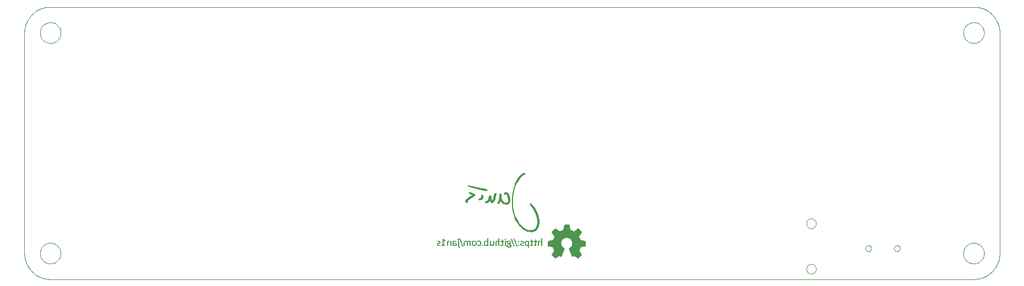
<source format=gbo>
G75*
G70*
%OFA0B0*%
%FSLAX24Y24*%
%IPPOS*%
%LPD*%
%AMOC8*
5,1,8,0,0,1.08239X$1,22.5*
%
%ADD10C,0.0000*%
%ADD11C,0.0060*%
%ADD12R,0.0003X0.0003*%
%ADD13R,0.0008X0.0003*%
%ADD14R,0.0005X0.0003*%
%ADD15R,0.0015X0.0003*%
%ADD16R,0.0020X0.0003*%
%ADD17R,0.0010X0.0003*%
%ADD18R,0.0018X0.0003*%
%ADD19R,0.0067X0.0003*%
%ADD20R,0.0013X0.0003*%
%ADD21R,0.0045X0.0003*%
%ADD22R,0.0077X0.0003*%
%ADD23R,0.0030X0.0003*%
%ADD24R,0.0032X0.0003*%
%ADD25R,0.0022X0.0003*%
%ADD26R,0.0127X0.0003*%
%ADD27R,0.0140X0.0003*%
%ADD28R,0.0025X0.0003*%
%ADD29R,0.0043X0.0003*%
%ADD30R,0.0053X0.0003*%
%ADD31R,0.0088X0.0003*%
%ADD32R,0.0035X0.0003*%
%ADD33R,0.0055X0.0003*%
%ADD34R,0.0040X0.0003*%
%ADD35R,0.0080X0.0003*%
%ADD36R,0.0065X0.0003*%
%ADD37R,0.0090X0.0003*%
%ADD38R,0.0143X0.0003*%
%ADD39R,0.0248X0.0003*%
%ADD40R,0.0293X0.0003*%
%ADD41R,0.0257X0.0003*%
%ADD42R,0.0037X0.0003*%
%ADD43R,0.0262X0.0003*%
%ADD44R,0.0027X0.0003*%
%ADD45R,0.0280X0.0003*%
%ADD46R,0.0070X0.0003*%
%ADD47R,0.0440X0.0003*%
%ADD48R,0.0315X0.0003*%
%ADD49R,0.0085X0.0003*%
%ADD50R,0.0330X0.0003*%
%ADD51R,0.0323X0.0003*%
%ADD52R,0.0107X0.0003*%
%ADD53R,0.0057X0.0003*%
%ADD54R,0.0490X0.0003*%
%ADD55R,0.0360X0.0003*%
%ADD56R,0.0512X0.0003*%
%ADD57R,0.0390X0.0003*%
%ADD58R,0.0565X0.0003*%
%ADD59R,0.0325X0.0003*%
%ADD60R,0.0168X0.0003*%
%ADD61R,0.0307X0.0003*%
%ADD62R,0.0152X0.0003*%
%ADD63R,0.0272X0.0003*%
%ADD64R,0.0132X0.0003*%
%ADD65R,0.0147X0.0003*%
%ADD66R,0.0243X0.0003*%
%ADD67R,0.0125X0.0003*%
%ADD68R,0.0240X0.0003*%
%ADD69R,0.0130X0.0003*%
%ADD70R,0.0225X0.0003*%
%ADD71R,0.0083X0.0003*%
%ADD72R,0.0222X0.0003*%
%ADD73R,0.0217X0.0003*%
%ADD74R,0.0120X0.0003*%
%ADD75R,0.0215X0.0003*%
%ADD76R,0.0118X0.0003*%
%ADD77R,0.0205X0.0003*%
%ADD78R,0.0103X0.0003*%
%ADD79R,0.0210X0.0003*%
%ADD80R,0.0097X0.0003*%
%ADD81R,0.0198X0.0003*%
%ADD82R,0.0100X0.0003*%
%ADD83R,0.0190X0.0003*%
%ADD84R,0.0187X0.0003*%
%ADD85R,0.0192X0.0003*%
%ADD86R,0.0170X0.0003*%
%ADD87R,0.0173X0.0003*%
%ADD88R,0.0182X0.0003*%
%ADD89R,0.0180X0.0003*%
%ADD90R,0.0047X0.0003*%
%ADD91R,0.0165X0.0003*%
%ADD92R,0.0163X0.0003*%
%ADD93R,0.0160X0.0003*%
%ADD94R,0.0158X0.0003*%
%ADD95R,0.0155X0.0003*%
%ADD96R,0.0092X0.0003*%
%ADD97R,0.0150X0.0003*%
%ADD98R,0.0105X0.0003*%
%ADD99R,0.0115X0.0003*%
%ADD100R,0.0145X0.0003*%
%ADD101R,0.0138X0.0003*%
%ADD102R,0.0135X0.0003*%
%ADD103R,0.0075X0.0003*%
%ADD104R,0.0063X0.0003*%
%ADD105R,0.0060X0.0003*%
%ADD106R,0.0050X0.0003*%
%ADD107R,0.0123X0.0003*%
%ADD108R,0.0112X0.0003*%
%ADD109R,0.0110X0.0003*%
%ADD110R,0.0073X0.0003*%
%ADD111R,0.0095X0.0003*%
%ADD112R,0.0185X0.0003*%
%ADD113R,0.0208X0.0003*%
%ADD114R,0.0235X0.0003*%
%ADD115R,0.0260X0.0003*%
%ADD116R,0.0267X0.0003*%
%ADD117R,0.0283X0.0003*%
%ADD118R,0.0295X0.0003*%
%ADD119R,0.0302X0.0003*%
%ADD120R,0.0320X0.0003*%
%ADD121R,0.0333X0.0003*%
%ADD122R,0.0338X0.0003*%
%ADD123R,0.0343X0.0003*%
%ADD124R,0.0350X0.0003*%
%ADD125R,0.0355X0.0003*%
%ADD126R,0.0365X0.0003*%
%ADD127R,0.0370X0.0003*%
%ADD128R,0.0375X0.0003*%
%ADD129R,0.0380X0.0003*%
%ADD130R,0.0382X0.0003*%
%ADD131R,0.0393X0.0003*%
%ADD132R,0.0398X0.0003*%
%ADD133R,0.0403X0.0003*%
%ADD134R,0.0405X0.0003*%
%ADD135R,0.0415X0.0003*%
%ADD136R,0.0177X0.0003*%
%ADD137R,0.0175X0.0003*%
%ADD138R,0.0195X0.0003*%
%ADD139R,0.0200X0.0003*%
%ADD140R,0.0203X0.0003*%
%ADD141R,0.0213X0.0003*%
%ADD142R,0.0220X0.0003*%
%ADD143R,0.0227X0.0003*%
%ADD144R,0.0230X0.0003*%
%ADD145R,0.0232X0.0003*%
%ADD146R,0.0238X0.0003*%
%ADD147R,0.0245X0.0003*%
%ADD148R,0.0250X0.0003*%
%ADD149R,0.0253X0.0003*%
%ADD150R,0.0255X0.0003*%
%ADD151R,0.0305X0.0003*%
%ADD152R,0.0318X0.0003*%
%ADD153R,0.0328X0.0003*%
%ADD154R,0.0335X0.0003*%
%ADD155R,0.0340X0.0003*%
%ADD156R,0.0352X0.0003*%
%ADD157R,0.0387X0.0003*%
%ADD158R,0.0410X0.0003*%
%ADD159R,0.0413X0.0003*%
%ADD160R,0.0430X0.0003*%
%ADD161R,0.0432X0.0003*%
%ADD162R,0.0428X0.0003*%
%ADD163R,0.0420X0.0003*%
%ADD164R,0.0435X0.0003*%
%ADD165R,0.0425X0.0003*%
%ADD166R,0.0423X0.0003*%
%ADD167R,0.0418X0.0003*%
%ADD168R,0.0372X0.0003*%
%ADD169R,0.0362X0.0003*%
%ADD170R,0.0348X0.0003*%
%ADD171R,0.0345X0.0003*%
%ADD172R,0.0310X0.0003*%
%ADD173R,0.0300X0.0003*%
%ADD174R,0.0297X0.0003*%
%ADD175R,0.0285X0.0003*%
%ADD176R,0.0278X0.0003*%
%ADD177R,0.0265X0.0003*%
%ADD178R,0.0050X0.0010*%
%ADD179R,0.0040X0.0010*%
%ADD180R,0.0130X0.0010*%
%ADD181R,0.0070X0.0010*%
%ADD182R,0.0180X0.0010*%
%ADD183R,0.0080X0.0010*%
%ADD184R,0.0210X0.0010*%
%ADD185R,0.0090X0.0010*%
%ADD186R,0.0060X0.0010*%
%ADD187R,0.0010X0.0010*%
%ADD188R,0.0030X0.0010*%
%ADD189R,0.0020X0.0010*%
%ADD190R,0.0220X0.0010*%
%ADD191R,0.0100X0.0010*%
%ADD192R,0.0110X0.0010*%
%ADD193R,0.0120X0.0010*%
%ADD194R,0.0140X0.0010*%
%ADD195R,0.0150X0.0010*%
%ADD196R,0.0200X0.0010*%
%ADD197R,0.0170X0.0010*%
%ADD198R,0.0190X0.0010*%
%ADD199R,0.0160X0.0010*%
D10*
X001725Y000937D02*
X057630Y000937D01*
X057000Y002512D02*
X057002Y002562D01*
X057008Y002612D01*
X057018Y002661D01*
X057032Y002709D01*
X057049Y002756D01*
X057070Y002801D01*
X057095Y002845D01*
X057123Y002886D01*
X057155Y002925D01*
X057189Y002962D01*
X057226Y002996D01*
X057266Y003026D01*
X057308Y003053D01*
X057352Y003077D01*
X057398Y003098D01*
X057445Y003114D01*
X057493Y003127D01*
X057543Y003136D01*
X057592Y003141D01*
X057643Y003142D01*
X057693Y003139D01*
X057742Y003132D01*
X057791Y003121D01*
X057839Y003106D01*
X057885Y003088D01*
X057930Y003066D01*
X057973Y003040D01*
X058014Y003011D01*
X058053Y002979D01*
X058089Y002944D01*
X058121Y002906D01*
X058151Y002866D01*
X058178Y002823D01*
X058201Y002779D01*
X058220Y002733D01*
X058236Y002685D01*
X058248Y002636D01*
X058256Y002587D01*
X058260Y002537D01*
X058260Y002487D01*
X058256Y002437D01*
X058248Y002388D01*
X058236Y002339D01*
X058220Y002291D01*
X058201Y002245D01*
X058178Y002201D01*
X058151Y002158D01*
X058121Y002118D01*
X058089Y002080D01*
X058053Y002045D01*
X058014Y002013D01*
X057973Y001984D01*
X057930Y001958D01*
X057885Y001936D01*
X057839Y001918D01*
X057791Y001903D01*
X057742Y001892D01*
X057693Y001885D01*
X057643Y001882D01*
X057592Y001883D01*
X057543Y001888D01*
X057493Y001897D01*
X057445Y001910D01*
X057398Y001926D01*
X057352Y001947D01*
X057308Y001971D01*
X057266Y001998D01*
X057226Y002028D01*
X057189Y002062D01*
X057155Y002099D01*
X057123Y002138D01*
X057095Y002179D01*
X057070Y002223D01*
X057049Y002268D01*
X057032Y002315D01*
X057018Y002363D01*
X057008Y002412D01*
X057002Y002462D01*
X057000Y002512D01*
X057630Y000937D02*
X057707Y000939D01*
X057784Y000945D01*
X057861Y000954D01*
X057937Y000967D01*
X058013Y000984D01*
X058087Y001005D01*
X058161Y001029D01*
X058233Y001057D01*
X058303Y001088D01*
X058372Y001123D01*
X058440Y001161D01*
X058505Y001202D01*
X058568Y001247D01*
X058629Y001295D01*
X058688Y001345D01*
X058744Y001398D01*
X058797Y001454D01*
X058847Y001513D01*
X058895Y001574D01*
X058940Y001637D01*
X058981Y001702D01*
X059019Y001770D01*
X059054Y001839D01*
X059085Y001909D01*
X059113Y001981D01*
X059137Y002055D01*
X059158Y002129D01*
X059175Y002205D01*
X059188Y002281D01*
X059197Y002358D01*
X059203Y002435D01*
X059205Y002512D01*
X059205Y015898D01*
X057000Y015898D02*
X057002Y015948D01*
X057008Y015998D01*
X057018Y016047D01*
X057032Y016095D01*
X057049Y016142D01*
X057070Y016187D01*
X057095Y016231D01*
X057123Y016272D01*
X057155Y016311D01*
X057189Y016348D01*
X057226Y016382D01*
X057266Y016412D01*
X057308Y016439D01*
X057352Y016463D01*
X057398Y016484D01*
X057445Y016500D01*
X057493Y016513D01*
X057543Y016522D01*
X057592Y016527D01*
X057643Y016528D01*
X057693Y016525D01*
X057742Y016518D01*
X057791Y016507D01*
X057839Y016492D01*
X057885Y016474D01*
X057930Y016452D01*
X057973Y016426D01*
X058014Y016397D01*
X058053Y016365D01*
X058089Y016330D01*
X058121Y016292D01*
X058151Y016252D01*
X058178Y016209D01*
X058201Y016165D01*
X058220Y016119D01*
X058236Y016071D01*
X058248Y016022D01*
X058256Y015973D01*
X058260Y015923D01*
X058260Y015873D01*
X058256Y015823D01*
X058248Y015774D01*
X058236Y015725D01*
X058220Y015677D01*
X058201Y015631D01*
X058178Y015587D01*
X058151Y015544D01*
X058121Y015504D01*
X058089Y015466D01*
X058053Y015431D01*
X058014Y015399D01*
X057973Y015370D01*
X057930Y015344D01*
X057885Y015322D01*
X057839Y015304D01*
X057791Y015289D01*
X057742Y015278D01*
X057693Y015271D01*
X057643Y015268D01*
X057592Y015269D01*
X057543Y015274D01*
X057493Y015283D01*
X057445Y015296D01*
X057398Y015312D01*
X057352Y015333D01*
X057308Y015357D01*
X057266Y015384D01*
X057226Y015414D01*
X057189Y015448D01*
X057155Y015485D01*
X057123Y015524D01*
X057095Y015565D01*
X057070Y015609D01*
X057049Y015654D01*
X057032Y015701D01*
X057018Y015749D01*
X057008Y015798D01*
X057002Y015848D01*
X057000Y015898D01*
X057630Y017473D02*
X057707Y017471D01*
X057784Y017465D01*
X057861Y017456D01*
X057937Y017443D01*
X058013Y017426D01*
X058087Y017405D01*
X058161Y017381D01*
X058233Y017353D01*
X058303Y017322D01*
X058372Y017287D01*
X058440Y017249D01*
X058505Y017208D01*
X058568Y017163D01*
X058629Y017115D01*
X058688Y017065D01*
X058744Y017012D01*
X058797Y016956D01*
X058847Y016897D01*
X058895Y016836D01*
X058940Y016773D01*
X058981Y016708D01*
X059019Y016640D01*
X059054Y016571D01*
X059085Y016501D01*
X059113Y016429D01*
X059137Y016355D01*
X059158Y016281D01*
X059175Y016205D01*
X059188Y016129D01*
X059197Y016052D01*
X059203Y015975D01*
X059205Y015898D01*
X057630Y017473D02*
X001725Y017473D01*
X001095Y015898D02*
X001097Y015948D01*
X001103Y015998D01*
X001113Y016047D01*
X001127Y016095D01*
X001144Y016142D01*
X001165Y016187D01*
X001190Y016231D01*
X001218Y016272D01*
X001250Y016311D01*
X001284Y016348D01*
X001321Y016382D01*
X001361Y016412D01*
X001403Y016439D01*
X001447Y016463D01*
X001493Y016484D01*
X001540Y016500D01*
X001588Y016513D01*
X001638Y016522D01*
X001687Y016527D01*
X001738Y016528D01*
X001788Y016525D01*
X001837Y016518D01*
X001886Y016507D01*
X001934Y016492D01*
X001980Y016474D01*
X002025Y016452D01*
X002068Y016426D01*
X002109Y016397D01*
X002148Y016365D01*
X002184Y016330D01*
X002216Y016292D01*
X002246Y016252D01*
X002273Y016209D01*
X002296Y016165D01*
X002315Y016119D01*
X002331Y016071D01*
X002343Y016022D01*
X002351Y015973D01*
X002355Y015923D01*
X002355Y015873D01*
X002351Y015823D01*
X002343Y015774D01*
X002331Y015725D01*
X002315Y015677D01*
X002296Y015631D01*
X002273Y015587D01*
X002246Y015544D01*
X002216Y015504D01*
X002184Y015466D01*
X002148Y015431D01*
X002109Y015399D01*
X002068Y015370D01*
X002025Y015344D01*
X001980Y015322D01*
X001934Y015304D01*
X001886Y015289D01*
X001837Y015278D01*
X001788Y015271D01*
X001738Y015268D01*
X001687Y015269D01*
X001638Y015274D01*
X001588Y015283D01*
X001540Y015296D01*
X001493Y015312D01*
X001447Y015333D01*
X001403Y015357D01*
X001361Y015384D01*
X001321Y015414D01*
X001284Y015448D01*
X001250Y015485D01*
X001218Y015524D01*
X001190Y015565D01*
X001165Y015609D01*
X001144Y015654D01*
X001127Y015701D01*
X001113Y015749D01*
X001103Y015798D01*
X001097Y015848D01*
X001095Y015898D01*
X000150Y015898D02*
X000152Y015975D01*
X000158Y016052D01*
X000167Y016129D01*
X000180Y016205D01*
X000197Y016281D01*
X000218Y016355D01*
X000242Y016429D01*
X000270Y016501D01*
X000301Y016571D01*
X000336Y016640D01*
X000374Y016708D01*
X000415Y016773D01*
X000460Y016836D01*
X000508Y016897D01*
X000558Y016956D01*
X000611Y017012D01*
X000667Y017065D01*
X000726Y017115D01*
X000787Y017163D01*
X000850Y017208D01*
X000915Y017249D01*
X000983Y017287D01*
X001052Y017322D01*
X001122Y017353D01*
X001194Y017381D01*
X001268Y017405D01*
X001342Y017426D01*
X001418Y017443D01*
X001494Y017456D01*
X001571Y017465D01*
X001648Y017471D01*
X001725Y017473D01*
X000150Y015898D02*
X000150Y002512D01*
X001095Y002512D02*
X001097Y002562D01*
X001103Y002612D01*
X001113Y002661D01*
X001127Y002709D01*
X001144Y002756D01*
X001165Y002801D01*
X001190Y002845D01*
X001218Y002886D01*
X001250Y002925D01*
X001284Y002962D01*
X001321Y002996D01*
X001361Y003026D01*
X001403Y003053D01*
X001447Y003077D01*
X001493Y003098D01*
X001540Y003114D01*
X001588Y003127D01*
X001638Y003136D01*
X001687Y003141D01*
X001738Y003142D01*
X001788Y003139D01*
X001837Y003132D01*
X001886Y003121D01*
X001934Y003106D01*
X001980Y003088D01*
X002025Y003066D01*
X002068Y003040D01*
X002109Y003011D01*
X002148Y002979D01*
X002184Y002944D01*
X002216Y002906D01*
X002246Y002866D01*
X002273Y002823D01*
X002296Y002779D01*
X002315Y002733D01*
X002331Y002685D01*
X002343Y002636D01*
X002351Y002587D01*
X002355Y002537D01*
X002355Y002487D01*
X002351Y002437D01*
X002343Y002388D01*
X002331Y002339D01*
X002315Y002291D01*
X002296Y002245D01*
X002273Y002201D01*
X002246Y002158D01*
X002216Y002118D01*
X002184Y002080D01*
X002148Y002045D01*
X002109Y002013D01*
X002068Y001984D01*
X002025Y001958D01*
X001980Y001936D01*
X001934Y001918D01*
X001886Y001903D01*
X001837Y001892D01*
X001788Y001885D01*
X001738Y001882D01*
X001687Y001883D01*
X001638Y001888D01*
X001588Y001897D01*
X001540Y001910D01*
X001493Y001926D01*
X001447Y001947D01*
X001403Y001971D01*
X001361Y001998D01*
X001321Y002028D01*
X001284Y002062D01*
X001250Y002099D01*
X001218Y002138D01*
X001190Y002179D01*
X001165Y002223D01*
X001144Y002268D01*
X001127Y002315D01*
X001113Y002363D01*
X001103Y002412D01*
X001097Y002462D01*
X001095Y002512D01*
X000150Y002512D02*
X000152Y002435D01*
X000158Y002358D01*
X000167Y002281D01*
X000180Y002205D01*
X000197Y002129D01*
X000218Y002055D01*
X000242Y001981D01*
X000270Y001909D01*
X000301Y001839D01*
X000336Y001770D01*
X000374Y001702D01*
X000415Y001637D01*
X000460Y001574D01*
X000508Y001513D01*
X000558Y001454D01*
X000611Y001398D01*
X000667Y001345D01*
X000726Y001295D01*
X000787Y001247D01*
X000850Y001202D01*
X000915Y001161D01*
X000983Y001123D01*
X001052Y001088D01*
X001122Y001057D01*
X001194Y001029D01*
X001268Y001005D01*
X001342Y000984D01*
X001418Y000967D01*
X001494Y000954D01*
X001571Y000945D01*
X001648Y000939D01*
X001725Y000937D01*
X047493Y001567D02*
X047495Y001601D01*
X047501Y001635D01*
X047511Y001668D01*
X047524Y001699D01*
X047542Y001729D01*
X047562Y001757D01*
X047586Y001782D01*
X047612Y001804D01*
X047640Y001822D01*
X047671Y001838D01*
X047703Y001850D01*
X047737Y001858D01*
X047771Y001862D01*
X047805Y001862D01*
X047839Y001858D01*
X047873Y001850D01*
X047905Y001838D01*
X047935Y001822D01*
X047964Y001804D01*
X047990Y001782D01*
X048014Y001757D01*
X048034Y001729D01*
X048052Y001699D01*
X048065Y001668D01*
X048075Y001635D01*
X048081Y001601D01*
X048083Y001567D01*
X048081Y001533D01*
X048075Y001499D01*
X048065Y001466D01*
X048052Y001435D01*
X048034Y001405D01*
X048014Y001377D01*
X047990Y001352D01*
X047964Y001330D01*
X047936Y001312D01*
X047905Y001296D01*
X047873Y001284D01*
X047839Y001276D01*
X047805Y001272D01*
X047771Y001272D01*
X047737Y001276D01*
X047703Y001284D01*
X047671Y001296D01*
X047640Y001312D01*
X047612Y001330D01*
X047586Y001352D01*
X047562Y001377D01*
X047542Y001405D01*
X047524Y001435D01*
X047511Y001466D01*
X047501Y001499D01*
X047495Y001533D01*
X047493Y001567D01*
X051075Y002807D02*
X051077Y002833D01*
X051083Y002859D01*
X051093Y002884D01*
X051106Y002907D01*
X051122Y002927D01*
X051142Y002945D01*
X051164Y002960D01*
X051187Y002972D01*
X051213Y002980D01*
X051239Y002984D01*
X051265Y002984D01*
X051291Y002980D01*
X051317Y002972D01*
X051341Y002960D01*
X051362Y002945D01*
X051382Y002927D01*
X051398Y002907D01*
X051411Y002884D01*
X051421Y002859D01*
X051427Y002833D01*
X051429Y002807D01*
X051427Y002781D01*
X051421Y002755D01*
X051411Y002730D01*
X051398Y002707D01*
X051382Y002687D01*
X051362Y002669D01*
X051340Y002654D01*
X051317Y002642D01*
X051291Y002634D01*
X051265Y002630D01*
X051239Y002630D01*
X051213Y002634D01*
X051187Y002642D01*
X051163Y002654D01*
X051142Y002669D01*
X051122Y002687D01*
X051106Y002707D01*
X051093Y002730D01*
X051083Y002755D01*
X051077Y002781D01*
X051075Y002807D01*
X052808Y002807D02*
X052810Y002833D01*
X052816Y002859D01*
X052826Y002884D01*
X052839Y002907D01*
X052855Y002927D01*
X052875Y002945D01*
X052897Y002960D01*
X052920Y002972D01*
X052946Y002980D01*
X052972Y002984D01*
X052998Y002984D01*
X053024Y002980D01*
X053050Y002972D01*
X053074Y002960D01*
X053095Y002945D01*
X053115Y002927D01*
X053131Y002907D01*
X053144Y002884D01*
X053154Y002859D01*
X053160Y002833D01*
X053162Y002807D01*
X053160Y002781D01*
X053154Y002755D01*
X053144Y002730D01*
X053131Y002707D01*
X053115Y002687D01*
X053095Y002669D01*
X053073Y002654D01*
X053050Y002642D01*
X053024Y002634D01*
X052998Y002630D01*
X052972Y002630D01*
X052946Y002634D01*
X052920Y002642D01*
X052896Y002654D01*
X052875Y002669D01*
X052855Y002687D01*
X052839Y002707D01*
X052826Y002730D01*
X052816Y002755D01*
X052810Y002781D01*
X052808Y002807D01*
X047493Y004323D02*
X047495Y004357D01*
X047501Y004391D01*
X047511Y004424D01*
X047524Y004455D01*
X047542Y004485D01*
X047562Y004513D01*
X047586Y004538D01*
X047612Y004560D01*
X047640Y004578D01*
X047671Y004594D01*
X047703Y004606D01*
X047737Y004614D01*
X047771Y004618D01*
X047805Y004618D01*
X047839Y004614D01*
X047873Y004606D01*
X047905Y004594D01*
X047935Y004578D01*
X047964Y004560D01*
X047990Y004538D01*
X048014Y004513D01*
X048034Y004485D01*
X048052Y004455D01*
X048065Y004424D01*
X048075Y004391D01*
X048081Y004357D01*
X048083Y004323D01*
X048081Y004289D01*
X048075Y004255D01*
X048065Y004222D01*
X048052Y004191D01*
X048034Y004161D01*
X048014Y004133D01*
X047990Y004108D01*
X047964Y004086D01*
X047936Y004068D01*
X047905Y004052D01*
X047873Y004040D01*
X047839Y004032D01*
X047805Y004028D01*
X047771Y004028D01*
X047737Y004032D01*
X047703Y004040D01*
X047671Y004052D01*
X047640Y004068D01*
X047612Y004086D01*
X047586Y004108D01*
X047562Y004133D01*
X047542Y004161D01*
X047524Y004191D01*
X047511Y004222D01*
X047501Y004255D01*
X047495Y004289D01*
X047493Y004323D01*
D11*
X034107Y003227D02*
X034107Y002967D01*
X033807Y002917D01*
X033785Y002926D02*
X033327Y002926D01*
X033307Y002868D02*
X033737Y002868D01*
X033757Y002917D02*
X034057Y003017D01*
X034057Y002967D01*
X034057Y003217D01*
X033757Y003267D01*
X033657Y003567D01*
X033857Y003767D01*
X033707Y003917D01*
X033407Y003767D01*
X033107Y003917D01*
X033157Y003917D01*
X033107Y004167D01*
X032857Y004167D01*
X032857Y003867D01*
X032557Y003767D01*
X032307Y003917D01*
X032157Y003817D01*
X032307Y003517D01*
X032207Y003267D01*
X031907Y003217D01*
X031907Y002967D01*
X032207Y002967D01*
X032307Y002617D01*
X032157Y002417D01*
X032307Y002267D01*
X032507Y002417D01*
X032607Y002367D01*
X032807Y002767D01*
X032607Y002967D01*
X032607Y003217D01*
X032757Y003467D01*
X033007Y003517D01*
X033307Y003417D01*
X033257Y003417D01*
X033407Y003167D01*
X033307Y002867D01*
X033207Y002767D01*
X033357Y002367D01*
X033457Y002417D01*
X033657Y002267D01*
X033807Y002417D01*
X033657Y002667D01*
X033757Y002917D01*
X033714Y002809D02*
X033249Y002809D01*
X033213Y002751D02*
X033690Y002751D01*
X033667Y002692D02*
X033235Y002692D01*
X033257Y002634D02*
X033677Y002634D01*
X033707Y002647D02*
X033867Y002407D01*
X033687Y002217D01*
X033447Y002387D01*
X033347Y002327D01*
X033147Y002777D01*
X033279Y002575D02*
X033712Y002575D01*
X033747Y002517D02*
X033300Y002517D01*
X033322Y002458D02*
X033782Y002458D01*
X033790Y002400D02*
X033479Y002400D01*
X033423Y002400D02*
X033344Y002400D01*
X033557Y002341D02*
X033731Y002341D01*
X033673Y002283D02*
X033635Y002283D01*
X032652Y002458D02*
X032188Y002458D01*
X032174Y002400D02*
X032484Y002400D01*
X032537Y002387D02*
X032637Y002327D01*
X032827Y002777D01*
X032799Y002751D02*
X032268Y002751D01*
X032252Y002809D02*
X032764Y002809D01*
X032706Y002868D02*
X032235Y002868D01*
X032218Y002926D02*
X032647Y002926D01*
X032607Y002985D02*
X031907Y002985D01*
X031877Y002967D02*
X032177Y002917D01*
X032285Y002692D02*
X032769Y002692D01*
X032740Y002634D02*
X032302Y002634D01*
X032277Y002647D02*
X032107Y002407D01*
X032297Y002217D01*
X032537Y002387D01*
X032541Y002400D02*
X032623Y002400D01*
X032682Y002517D02*
X032232Y002517D01*
X032276Y002575D02*
X032711Y002575D01*
X032406Y002341D02*
X032232Y002341D01*
X032291Y002283D02*
X032328Y002283D01*
X031877Y002967D02*
X031877Y003227D01*
X032177Y003287D01*
X032211Y003277D02*
X032643Y003277D01*
X032608Y003219D02*
X031919Y003219D01*
X031907Y003160D02*
X032607Y003160D01*
X032607Y003102D02*
X031907Y003102D01*
X031907Y003043D02*
X032607Y003043D01*
X032678Y003336D02*
X032234Y003336D01*
X032258Y003394D02*
X032713Y003394D01*
X032748Y003453D02*
X032281Y003453D01*
X032304Y003511D02*
X032979Y003511D01*
X033023Y003511D02*
X033675Y003511D01*
X033697Y003537D02*
X033877Y003797D01*
X033687Y003977D01*
X033427Y003797D01*
X033481Y003804D02*
X033820Y003804D01*
X033835Y003745D02*
X032192Y003745D01*
X032222Y003687D02*
X033777Y003687D01*
X033718Y003628D02*
X032251Y003628D01*
X032280Y003570D02*
X033660Y003570D01*
X033695Y003453D02*
X033199Y003453D01*
X033270Y003394D02*
X033714Y003394D01*
X033734Y003336D02*
X033305Y003336D01*
X033340Y003277D02*
X033753Y003277D01*
X033807Y003287D02*
X034107Y003227D01*
X034045Y003219D02*
X033376Y003219D01*
X033405Y003160D02*
X034057Y003160D01*
X034057Y003102D02*
X033385Y003102D01*
X033366Y003043D02*
X034057Y003043D01*
X033961Y002985D02*
X033346Y002985D01*
X033423Y003800D02*
X033378Y003825D01*
X033331Y003848D01*
X033283Y003867D01*
X033234Y003884D01*
X033184Y003897D01*
X033177Y003897D02*
X033127Y004217D01*
X032857Y004217D01*
X032807Y003897D01*
X032843Y003862D02*
X033216Y003862D01*
X033156Y003921D02*
X032857Y003921D01*
X032857Y003979D02*
X033144Y003979D01*
X033132Y004038D02*
X032857Y004038D01*
X032857Y004096D02*
X033121Y004096D01*
X033109Y004155D02*
X032857Y004155D01*
X032557Y003797D02*
X032297Y003977D01*
X032107Y003797D01*
X032287Y003537D01*
X032163Y003804D02*
X032495Y003804D01*
X032398Y003862D02*
X032225Y003862D01*
X032668Y003804D02*
X033333Y003804D01*
X033598Y003862D02*
X033761Y003862D01*
X033147Y002787D02*
X033180Y002805D01*
X033210Y002826D01*
X033239Y002850D01*
X033265Y002877D01*
X033287Y002906D01*
X033307Y002938D01*
X033324Y002971D01*
X033337Y003006D01*
X033346Y003042D01*
X033352Y003079D01*
X033354Y003116D01*
X033352Y003153D01*
X033347Y003190D01*
X033337Y003226D01*
X033325Y003261D01*
X033308Y003295D01*
X033289Y003326D01*
X033266Y003356D01*
X033240Y003383D01*
X033212Y003407D01*
X033181Y003428D01*
X033149Y003446D01*
X033115Y003461D01*
X033079Y003472D01*
X033043Y003480D01*
X033006Y003484D01*
X032968Y003484D01*
X032931Y003480D01*
X032895Y003472D01*
X032859Y003461D01*
X032825Y003446D01*
X032793Y003428D01*
X032762Y003407D01*
X032734Y003383D01*
X032708Y003356D01*
X032685Y003326D01*
X032666Y003295D01*
X032649Y003261D01*
X032637Y003226D01*
X032627Y003190D01*
X032622Y003153D01*
X032620Y003116D01*
X032622Y003079D01*
X032628Y003042D01*
X032637Y003006D01*
X032650Y002971D01*
X032667Y002938D01*
X032687Y002906D01*
X032709Y002877D01*
X032735Y002850D01*
X032764Y002826D01*
X032794Y002805D01*
X032827Y002787D01*
X032276Y002647D02*
X032253Y002688D01*
X032232Y002731D01*
X032214Y002776D01*
X032199Y002821D01*
X032186Y002867D01*
X032176Y002914D01*
X032178Y003287D02*
X032193Y003339D01*
X032212Y003390D01*
X032234Y003440D01*
X032259Y003488D01*
X032288Y003535D01*
X032553Y003798D02*
X032600Y003825D01*
X032649Y003848D01*
X032699Y003868D01*
X032750Y003885D01*
X032802Y003899D01*
X033696Y003532D02*
X033723Y003485D01*
X033747Y003438D01*
X033768Y003389D01*
X033786Y003338D01*
X033800Y003287D01*
X033806Y002916D02*
X033793Y002860D01*
X033776Y002805D01*
X033755Y002752D01*
X033731Y002700D01*
X033703Y002650D01*
D12*
X031104Y003863D03*
X031079Y003861D03*
X031077Y003863D03*
X031079Y003866D03*
X031067Y003848D03*
X031067Y003846D03*
X031059Y003848D03*
X031054Y003841D03*
X031047Y003836D03*
X031047Y003833D03*
X031024Y003831D03*
X031009Y003828D03*
X031012Y003821D03*
X031007Y003818D03*
X031002Y003816D03*
X030994Y003816D03*
X030989Y003816D03*
X030989Y003821D03*
X030982Y003811D03*
X030977Y003811D03*
X030969Y003808D03*
X030962Y003811D03*
X030957Y003811D03*
X030962Y003801D03*
X030947Y003803D03*
X030944Y003806D03*
X030942Y003803D03*
X030939Y003798D03*
X030934Y003801D03*
X030932Y003803D03*
X030937Y003806D03*
X030927Y003801D03*
X030917Y003801D03*
X030914Y003803D03*
X030909Y003803D03*
X030909Y003796D03*
X030902Y003801D03*
X030894Y003803D03*
X030894Y003806D03*
X030897Y003808D03*
X030889Y003811D03*
X030884Y003803D03*
X030879Y003801D03*
X030872Y003806D03*
X030867Y003803D03*
X030867Y003811D03*
X030862Y003813D03*
X030864Y003818D03*
X030864Y003821D03*
X030859Y003821D03*
X030859Y003818D03*
X030854Y003816D03*
X030854Y003821D03*
X030844Y003811D03*
X030839Y003813D03*
X030837Y003816D03*
X030829Y003823D03*
X030824Y003821D03*
X030819Y003821D03*
X030817Y003823D03*
X030812Y003821D03*
X030804Y003813D03*
X030807Y003811D03*
X030807Y003808D03*
X030809Y003801D03*
X030799Y003813D03*
X030799Y003816D03*
X030794Y003823D03*
X030794Y003826D03*
X030789Y003821D03*
X030784Y003823D03*
X030782Y003818D03*
X030777Y003811D03*
X030769Y003811D03*
X030767Y003816D03*
X030767Y003823D03*
X030772Y003823D03*
X030762Y003823D03*
X030754Y003823D03*
X030752Y003826D03*
X030757Y003831D03*
X030749Y003833D03*
X030749Y003836D03*
X030742Y003836D03*
X030737Y003831D03*
X030729Y003831D03*
X030722Y003826D03*
X030717Y003826D03*
X030712Y003823D03*
X030709Y003821D03*
X030707Y003831D03*
X030714Y003836D03*
X030699Y003843D03*
X030697Y003838D03*
X030692Y003838D03*
X030689Y003836D03*
X030684Y003833D03*
X030679Y003831D03*
X030672Y003831D03*
X030672Y003841D03*
X030669Y003848D03*
X030659Y003838D03*
X030662Y003836D03*
X030662Y003831D03*
X030657Y003826D03*
X030654Y003828D03*
X030647Y003831D03*
X030647Y003838D03*
X030652Y003841D03*
X030639Y003831D03*
X030632Y003826D03*
X030629Y003828D03*
X030627Y003833D03*
X030629Y003836D03*
X030624Y003838D03*
X030622Y003843D03*
X030617Y003843D03*
X030617Y003838D03*
X030617Y003836D03*
X030619Y003833D03*
X030622Y003831D03*
X030609Y003833D03*
X030607Y003836D03*
X030609Y003846D03*
X030604Y003848D03*
X030597Y003838D03*
X030594Y003841D03*
X030589Y003838D03*
X030577Y003841D03*
X030574Y003846D03*
X030572Y003853D03*
X030577Y003853D03*
X030577Y003856D03*
X030574Y003858D03*
X030569Y003858D03*
X030562Y003858D03*
X030562Y003856D03*
X030557Y003861D03*
X030554Y003863D03*
X030552Y003866D03*
X030549Y003868D03*
X030549Y003871D03*
X030547Y003873D03*
X030544Y003871D03*
X030539Y003871D03*
X030547Y003866D03*
X030559Y003871D03*
X030572Y003881D03*
X030574Y003866D03*
X030584Y003861D03*
X030584Y003851D03*
X030629Y003846D03*
X030634Y003841D03*
X030687Y003828D03*
X030687Y003826D03*
X030692Y003821D03*
X030684Y003816D03*
X030704Y003811D03*
X030717Y003813D03*
X030737Y003813D03*
X030737Y003816D03*
X030742Y003818D03*
X030742Y003813D03*
X030744Y003811D03*
X030747Y003813D03*
X030757Y003808D03*
X030769Y003833D03*
X030774Y003833D03*
X030779Y003831D03*
X030749Y003846D03*
X030749Y003848D03*
X030734Y003838D03*
X030744Y003878D03*
X030737Y003881D03*
X030722Y003883D03*
X030779Y003881D03*
X030792Y003881D03*
X030822Y003816D03*
X030827Y003811D03*
X030829Y003806D03*
X030842Y003801D03*
X030849Y003801D03*
X030849Y003798D03*
X030849Y003796D03*
X030857Y003796D03*
X030857Y003793D03*
X030857Y003791D03*
X030857Y003801D03*
X030857Y003806D03*
X030897Y003791D03*
X030947Y003796D03*
X030954Y003836D03*
X030552Y003888D03*
X030549Y003891D03*
X030529Y003883D03*
X030529Y003881D03*
X030527Y003886D03*
X030524Y003888D03*
X030522Y003886D03*
X030517Y003886D03*
X030509Y003893D03*
X030507Y003896D03*
X030514Y003898D03*
X030522Y003901D03*
X030517Y003906D03*
X030514Y003908D03*
X030509Y003908D03*
X030504Y003911D03*
X030502Y003913D03*
X030499Y003916D03*
X030499Y003918D03*
X030494Y003918D03*
X030494Y003913D03*
X030497Y003911D03*
X030497Y003908D03*
X030494Y003906D03*
X030492Y003908D03*
X030487Y003908D03*
X030482Y003911D03*
X030482Y003896D03*
X030492Y003891D03*
X030502Y003906D03*
X030504Y003921D03*
X030509Y003921D03*
X030514Y003921D03*
X030509Y003928D03*
X030517Y003931D03*
X030512Y003936D03*
X030499Y003938D03*
X030492Y003928D03*
X030492Y003926D03*
X030492Y003923D03*
X030482Y003931D03*
X030479Y003928D03*
X030474Y003928D03*
X030474Y003933D03*
X030469Y003933D03*
X030464Y003933D03*
X030459Y003926D03*
X030454Y003923D03*
X030457Y003921D03*
X030449Y003923D03*
X030449Y003926D03*
X030449Y003928D03*
X030444Y003921D03*
X030439Y003921D03*
X030439Y003918D03*
X030434Y003916D03*
X030434Y003923D03*
X030434Y003926D03*
X030442Y003933D03*
X030442Y003936D03*
X030454Y003936D03*
X030432Y003943D03*
X030427Y003941D03*
X030429Y003936D03*
X030424Y003933D03*
X030417Y003936D03*
X030417Y003938D03*
X030412Y003941D03*
X030409Y003943D03*
X030409Y003948D03*
X030404Y003948D03*
X030399Y003948D03*
X030414Y003951D03*
X030417Y003948D03*
X030422Y003951D03*
X030429Y003951D03*
X030437Y003956D03*
X030444Y003958D03*
X030464Y003966D03*
X030472Y003966D03*
X030484Y003968D03*
X030494Y003966D03*
X030504Y003956D03*
X030509Y003956D03*
X030519Y003951D03*
X030519Y003948D03*
X030524Y003948D03*
X030537Y003943D03*
X030539Y003941D03*
X030552Y003936D03*
X030529Y003873D03*
X030459Y003906D03*
X030414Y003931D03*
X030384Y003963D03*
X030377Y003971D03*
X030364Y003971D03*
X030359Y003971D03*
X030362Y003966D03*
X030364Y003963D03*
X030374Y003958D03*
X030349Y003971D03*
X030344Y003983D03*
X030339Y003983D03*
X030329Y004001D03*
X030324Y003998D03*
X030319Y003998D03*
X030317Y004003D03*
X030314Y004008D03*
X030309Y004008D03*
X030309Y004013D03*
X030304Y004018D03*
X030307Y004021D03*
X030307Y004026D03*
X030312Y004026D03*
X030304Y004041D03*
X030292Y004036D03*
X030289Y004028D03*
X030289Y004026D03*
X030292Y004023D03*
X030279Y004033D03*
X030282Y004043D03*
X030287Y004046D03*
X030287Y004048D03*
X030284Y004051D03*
X030279Y004061D03*
X030274Y004061D03*
X030274Y004058D03*
X030272Y004053D03*
X030272Y004063D03*
X030267Y004063D03*
X030267Y004066D03*
X030262Y004066D03*
X030267Y004073D03*
X030269Y004076D03*
X030272Y004073D03*
X030272Y004071D03*
X030277Y004073D03*
X030279Y004083D03*
X030272Y004086D03*
X030267Y004088D03*
X030267Y004083D03*
X030264Y004081D03*
X030259Y004091D03*
X030254Y004093D03*
X030252Y004101D03*
X030259Y004108D03*
X030257Y004111D03*
X030257Y004113D03*
X030262Y004113D03*
X030267Y004118D03*
X030272Y004118D03*
X030274Y004121D03*
X030274Y004123D03*
X030277Y004118D03*
X030277Y004131D03*
X030272Y004131D03*
X030264Y004138D03*
X030257Y004131D03*
X030252Y004138D03*
X030244Y004141D03*
X030239Y004141D03*
X030237Y004138D03*
X030237Y004136D03*
X030237Y004133D03*
X030237Y004131D03*
X030242Y004133D03*
X030247Y004123D03*
X030247Y004116D03*
X030242Y004111D03*
X030234Y004111D03*
X030234Y004113D03*
X030234Y004116D03*
X030237Y004121D03*
X030227Y004111D03*
X030232Y004103D03*
X030237Y004103D03*
X030239Y004096D03*
X030237Y004091D03*
X030227Y004086D03*
X030217Y004118D03*
X030219Y004123D03*
X030224Y004128D03*
X030229Y004133D03*
X030217Y004133D03*
X030212Y004133D03*
X030209Y004131D03*
X030209Y004128D03*
X030202Y004131D03*
X030199Y004128D03*
X030199Y004141D03*
X030199Y004143D03*
X030194Y004143D03*
X030189Y004146D03*
X030182Y004141D03*
X030179Y004143D03*
X030174Y004153D03*
X030172Y004158D03*
X030177Y004161D03*
X030177Y004163D03*
X030177Y004166D03*
X030174Y004173D03*
X030179Y004181D03*
X030179Y004188D03*
X030177Y004198D03*
X030159Y004196D03*
X030149Y004196D03*
X030149Y004198D03*
X030144Y004198D03*
X030139Y004196D03*
X030137Y004193D03*
X030137Y004191D03*
X030139Y004183D03*
X030147Y004183D03*
X030149Y004186D03*
X030149Y004191D03*
X030147Y004193D03*
X030154Y004183D03*
X030157Y004176D03*
X030162Y004178D03*
X030149Y004173D03*
X030149Y004206D03*
X030144Y004206D03*
X030142Y004213D03*
X030137Y004213D03*
X030137Y004211D03*
X030139Y004218D03*
X030139Y004228D03*
X030139Y004231D03*
X030134Y004231D03*
X030134Y004233D03*
X030139Y004236D03*
X030127Y004231D03*
X030127Y004226D03*
X030127Y004221D03*
X030119Y004228D03*
X030117Y004231D03*
X030112Y004226D03*
X030119Y004238D03*
X030122Y004241D03*
X030122Y004243D03*
X030119Y004246D03*
X030117Y004243D03*
X030109Y004243D03*
X030104Y004246D03*
X030109Y004253D03*
X030117Y004256D03*
X030119Y004251D03*
X030127Y004256D03*
X030129Y004251D03*
X030129Y004246D03*
X030142Y004266D03*
X030147Y004266D03*
X030129Y004278D03*
X030124Y004288D03*
X030124Y004291D03*
X030119Y004291D03*
X030114Y004293D03*
X030112Y004296D03*
X030107Y004303D03*
X030104Y004306D03*
X030097Y004303D03*
X030099Y004298D03*
X030099Y004293D03*
X030094Y004293D03*
X030094Y004283D03*
X030089Y004276D03*
X030097Y004266D03*
X030092Y004261D03*
X030107Y004276D03*
X030104Y004281D03*
X030104Y004286D03*
X030114Y004271D03*
X030139Y004293D03*
X030129Y004303D03*
X030104Y004328D03*
X030097Y004323D03*
X030097Y004318D03*
X030092Y004323D03*
X030087Y004321D03*
X030077Y004323D03*
X030074Y004318D03*
X030069Y004316D03*
X030064Y004313D03*
X030059Y004311D03*
X030067Y004323D03*
X030072Y004333D03*
X030067Y004338D03*
X030074Y004343D03*
X030079Y004341D03*
X030084Y004341D03*
X030089Y004341D03*
X030082Y004336D03*
X030082Y004356D03*
X030087Y004363D03*
X030087Y004366D03*
X030082Y004366D03*
X030082Y004378D03*
X030077Y004381D03*
X030072Y004381D03*
X030072Y004391D03*
X030062Y004401D03*
X030059Y004408D03*
X030054Y004383D03*
X030047Y004381D03*
X030049Y004368D03*
X030044Y004366D03*
X030039Y004366D03*
X030047Y004361D03*
X030047Y004353D03*
X030052Y004353D03*
X030052Y004351D03*
X030057Y004346D03*
X030054Y004341D03*
X030052Y004338D03*
X030054Y004336D03*
X030052Y004333D03*
X030044Y004326D03*
X030037Y004348D03*
X030034Y004351D03*
X030029Y004348D03*
X030042Y004353D03*
X030064Y004356D03*
X030064Y004358D03*
X030069Y004358D03*
X030067Y004351D03*
X030094Y004358D03*
X030097Y004351D03*
X030104Y004341D03*
X030112Y004336D03*
X030089Y004308D03*
X030092Y004303D03*
X030084Y004303D03*
X030084Y004298D03*
X030079Y004306D03*
X030072Y004303D03*
X030077Y004281D03*
X030149Y004216D03*
X030182Y004238D03*
X030187Y004168D03*
X030189Y004163D03*
X030194Y004163D03*
X030194Y004161D03*
X030199Y004163D03*
X030199Y004158D03*
X030209Y004156D03*
X030212Y004146D03*
X030212Y004141D03*
X030217Y004141D03*
X030217Y004138D03*
X030207Y004141D03*
X030229Y004156D03*
X030227Y004173D03*
X030252Y004148D03*
X030257Y004148D03*
X030257Y004146D03*
X030257Y004153D03*
X030272Y004101D03*
X030279Y004101D03*
X030267Y004096D03*
X030302Y004106D03*
X030299Y004063D03*
X030294Y004063D03*
X030289Y004063D03*
X030297Y004058D03*
X030334Y004008D03*
X030452Y003981D03*
X030479Y003956D03*
X030182Y004158D03*
X030179Y004156D03*
X030009Y004353D03*
X030012Y004358D03*
X030012Y004361D03*
X030019Y004366D03*
X030027Y004371D03*
X030022Y004383D03*
X030022Y004388D03*
X030027Y004388D03*
X030032Y004388D03*
X030032Y004391D03*
X030022Y004393D03*
X030014Y004386D03*
X030012Y004383D03*
X030014Y004378D03*
X030014Y004376D03*
X030007Y004383D03*
X030004Y004388D03*
X030002Y004393D03*
X030004Y004396D03*
X030007Y004401D03*
X030004Y004403D03*
X030004Y004406D03*
X030009Y004406D03*
X030012Y004403D03*
X030017Y004403D03*
X030012Y004411D03*
X029999Y004403D03*
X029989Y004403D03*
X029989Y004406D03*
X029987Y004408D03*
X029984Y004406D03*
X029979Y004406D03*
X029974Y004408D03*
X029982Y004418D03*
X029987Y004418D03*
X029987Y004421D03*
X029989Y004423D03*
X029984Y004423D03*
X029979Y004426D03*
X029972Y004423D03*
X029964Y004433D03*
X029967Y004441D03*
X029964Y004443D03*
X029962Y004448D03*
X029964Y004451D03*
X029962Y004453D03*
X029969Y004451D03*
X029972Y004443D03*
X029977Y004441D03*
X029982Y004441D03*
X029974Y004436D03*
X029954Y004451D03*
X029954Y004453D03*
X029954Y004458D03*
X029959Y004466D03*
X029959Y004471D03*
X029954Y004471D03*
X029949Y004471D03*
X029947Y004478D03*
X029952Y004486D03*
X029947Y004488D03*
X029944Y004491D03*
X029942Y004496D03*
X029937Y004501D03*
X029939Y004503D03*
X029939Y004511D03*
X029937Y004513D03*
X029944Y004513D03*
X029944Y004511D03*
X029957Y004513D03*
X029959Y004506D03*
X029952Y004493D03*
X029962Y004481D03*
X029934Y004488D03*
X029932Y004493D03*
X029924Y004498D03*
X029927Y004501D03*
X029924Y004503D03*
X029922Y004506D03*
X029927Y004508D03*
X029929Y004506D03*
X029927Y004516D03*
X029922Y004521D03*
X029919Y004518D03*
X029919Y004516D03*
X029907Y004536D03*
X029907Y004538D03*
X029904Y004543D03*
X029907Y004551D03*
X029904Y004553D03*
X029899Y004553D03*
X029899Y004561D03*
X029904Y004563D03*
X029894Y004566D03*
X029889Y004568D03*
X029889Y004571D03*
X029889Y004578D03*
X029882Y004581D03*
X029882Y004586D03*
X029877Y004586D03*
X029884Y004593D03*
X029867Y004601D03*
X029867Y004603D03*
X029869Y004606D03*
X029869Y004608D03*
X029862Y004631D03*
X029854Y004631D03*
X029854Y004633D03*
X029852Y004636D03*
X029849Y004641D03*
X029844Y004651D03*
X029942Y004626D03*
X029962Y004576D03*
X029944Y004568D03*
X029927Y004541D03*
X029937Y004533D03*
X029942Y004533D03*
X029967Y004538D03*
X029912Y004548D03*
X029892Y004558D03*
X030012Y004491D03*
X029987Y004413D03*
X029989Y004411D03*
X029999Y004378D03*
X029417Y005478D03*
X029327Y005468D03*
X028847Y005516D03*
X027739Y005728D03*
X027877Y006031D03*
X028079Y006276D03*
X027509Y006423D03*
X027439Y006441D03*
X027297Y006553D03*
X027124Y006588D03*
X027064Y006596D03*
X026997Y006596D03*
X027162Y006188D03*
X028662Y006131D03*
X028687Y006121D03*
X028937Y006103D03*
X029277Y006198D03*
D13*
X028937Y006101D03*
X027724Y005728D03*
X029309Y005551D03*
X030802Y005508D03*
X030804Y005501D03*
X030809Y005493D03*
X030809Y005491D03*
X030809Y005488D03*
X029987Y004533D03*
X029947Y004528D03*
X029937Y004541D03*
X029929Y004538D03*
X029924Y004531D03*
X029919Y004538D03*
X029919Y004541D03*
X029912Y004543D03*
X029912Y004546D03*
X029904Y004568D03*
X029897Y004571D03*
X029897Y004573D03*
X029929Y004521D03*
X029929Y004513D03*
X029929Y004511D03*
X029947Y004508D03*
X029952Y004506D03*
X029954Y004478D03*
X029952Y004473D03*
X029959Y004461D03*
X029962Y004458D03*
X029972Y004453D03*
X029997Y004423D03*
X029994Y004408D03*
X030024Y004391D03*
X030032Y004386D03*
X030037Y004383D03*
X030034Y004378D03*
X030034Y004376D03*
X030039Y004371D03*
X030039Y004361D03*
X030049Y004363D03*
X030047Y004383D03*
X030037Y004401D03*
X030067Y004343D03*
X030074Y004338D03*
X030082Y004343D03*
X030087Y004338D03*
X030099Y004338D03*
X030102Y004333D03*
X030104Y004336D03*
X030097Y004328D03*
X030099Y004308D03*
X030092Y004298D03*
X030094Y004296D03*
X030112Y004306D03*
X030117Y004303D03*
X030119Y004298D03*
X030119Y004296D03*
X030122Y004293D03*
X030129Y004296D03*
X030132Y004293D03*
X030132Y004291D03*
X030144Y004281D03*
X030147Y004278D03*
X030137Y004276D03*
X030119Y004268D03*
X030117Y004266D03*
X030144Y004233D03*
X030142Y004223D03*
X030162Y004193D03*
X030162Y004191D03*
X030162Y004183D03*
X030169Y004198D03*
X030187Y004188D03*
X030219Y004173D03*
X030222Y004166D03*
X030234Y004171D03*
X030244Y004148D03*
X030244Y004138D03*
X030244Y004136D03*
X030249Y004126D03*
X030264Y004131D03*
X030267Y004136D03*
X030229Y004138D03*
X030227Y004131D03*
X030214Y004143D03*
X030212Y004151D03*
X030202Y004151D03*
X030199Y004146D03*
X030207Y004138D03*
X030279Y004098D03*
X030287Y004096D03*
X030287Y004091D03*
X030294Y004088D03*
X030289Y004083D03*
X030282Y004071D03*
X030272Y004081D03*
X030289Y004056D03*
X030287Y004053D03*
X030312Y004031D03*
X030324Y004003D03*
X030329Y003991D03*
X030372Y003961D03*
X030384Y003958D03*
X030389Y003951D03*
X030417Y003946D03*
X030417Y003943D03*
X030424Y003938D03*
X030427Y003953D03*
X030459Y003941D03*
X030482Y003938D03*
X030482Y003933D03*
X030492Y003933D03*
X030492Y003938D03*
X030497Y003946D03*
X030507Y003938D03*
X030509Y003951D03*
X030492Y003963D03*
X030457Y003986D03*
X030487Y003916D03*
X030517Y003913D03*
X030522Y003921D03*
X030514Y003903D03*
X030524Y003893D03*
X030544Y003876D03*
X030557Y003873D03*
X030572Y003871D03*
X030572Y003863D03*
X030584Y003858D03*
X030597Y003848D03*
X030594Y003843D03*
X030604Y003843D03*
X030602Y003853D03*
X030617Y003858D03*
X030639Y003838D03*
X030644Y003841D03*
X030659Y003851D03*
X030682Y003851D03*
X030704Y003838D03*
X030717Y003833D03*
X030717Y003831D03*
X030717Y003828D03*
X030727Y003838D03*
X030742Y003846D03*
X030749Y003841D03*
X030749Y003853D03*
X030762Y003841D03*
X030764Y003826D03*
X030747Y003828D03*
X030787Y003836D03*
X030809Y003823D03*
X030817Y003811D03*
X030829Y003816D03*
X030832Y003818D03*
X030834Y003826D03*
X030824Y003826D03*
X030862Y003816D03*
X030869Y003813D03*
X030867Y003808D03*
X030877Y003803D03*
X030879Y003816D03*
X030864Y003836D03*
X030902Y003803D03*
X030909Y003793D03*
X030922Y003803D03*
X030969Y003803D03*
X030972Y003806D03*
X030969Y003811D03*
X030974Y003816D03*
X031034Y003828D03*
X031034Y003831D03*
X031047Y003831D03*
X030744Y003881D03*
X030299Y004096D03*
X030112Y004313D03*
D14*
X030113Y004316D03*
X030113Y004323D03*
X030108Y004326D03*
X030103Y004331D03*
X030098Y004341D03*
X030100Y004348D03*
X030085Y004361D03*
X030080Y004363D03*
X030083Y004371D03*
X030073Y004383D03*
X030055Y004368D03*
X030053Y004366D03*
X030048Y004371D03*
X030045Y004373D03*
X030043Y004378D03*
X030038Y004388D03*
X030030Y004396D03*
X030020Y004396D03*
X030013Y004391D03*
X030010Y004393D03*
X030010Y004396D03*
X030003Y004398D03*
X030000Y004401D03*
X029995Y004406D03*
X030000Y004411D03*
X029993Y004418D03*
X029980Y004428D03*
X029975Y004431D03*
X029973Y004446D03*
X029963Y004446D03*
X029968Y004463D03*
X029970Y004466D03*
X029965Y004473D03*
X029955Y004483D03*
X029953Y004481D03*
X029945Y004493D03*
X029938Y004476D03*
X029950Y004511D03*
X029930Y004518D03*
X029925Y004528D03*
X029910Y004541D03*
X029910Y004553D03*
X029908Y004558D03*
X029895Y004556D03*
X029895Y004568D03*
X029893Y004576D03*
X029888Y004573D03*
X029885Y004576D03*
X029883Y004583D03*
X029878Y004593D03*
X029873Y004603D03*
X029863Y004616D03*
X029893Y004598D03*
X029838Y004668D03*
X029975Y004556D03*
X029975Y004541D03*
X029958Y004536D03*
X030005Y004501D03*
X030010Y004408D03*
X030028Y004383D03*
X030025Y004376D03*
X030025Y004373D03*
X030045Y004356D03*
X030055Y004356D03*
X030058Y004343D03*
X030068Y004353D03*
X030073Y004341D03*
X030085Y004323D03*
X030090Y004318D03*
X030093Y004321D03*
X030098Y004313D03*
X030098Y004306D03*
X030105Y004298D03*
X030113Y004301D03*
X030120Y004313D03*
X030105Y004288D03*
X030113Y004283D03*
X030128Y004276D03*
X030135Y004273D03*
X030138Y004278D03*
X030138Y004286D03*
X030133Y004266D03*
X030125Y004266D03*
X030118Y004253D03*
X030110Y004256D03*
X030105Y004251D03*
X030110Y004263D03*
X030090Y004268D03*
X030118Y004236D03*
X030140Y004238D03*
X030143Y004216D03*
X030148Y004211D03*
X030150Y004203D03*
X030160Y004198D03*
X030170Y004191D03*
X030173Y004186D03*
X030173Y004183D03*
X030170Y004181D03*
X030170Y004178D03*
X030170Y004176D03*
X030163Y004176D03*
X030168Y004168D03*
X030178Y004168D03*
X030183Y004166D03*
X030193Y004168D03*
X030193Y004158D03*
X030193Y004153D03*
X030190Y004151D03*
X030190Y004138D03*
X030198Y004136D03*
X030208Y004136D03*
X030218Y004128D03*
X030233Y004118D03*
X030243Y004118D03*
X030240Y004126D03*
X030243Y004131D03*
X030248Y004128D03*
X030258Y004128D03*
X030258Y004136D03*
X030258Y004138D03*
X030263Y004141D03*
X030263Y004146D03*
X030268Y004133D03*
X030280Y004123D03*
X030280Y004121D03*
X030283Y004118D03*
X030295Y004108D03*
X030295Y004091D03*
X030285Y004088D03*
X030278Y004088D03*
X030278Y004086D03*
X030278Y004091D03*
X030275Y004093D03*
X030278Y004096D03*
X030268Y004098D03*
X030263Y004101D03*
X030268Y004106D03*
X030258Y004106D03*
X030253Y004116D03*
X030243Y004108D03*
X030243Y004106D03*
X030235Y004108D03*
X030258Y004086D03*
X030268Y004091D03*
X030273Y004083D03*
X030270Y004078D03*
X030280Y004063D03*
X030285Y004066D03*
X030280Y004056D03*
X030295Y004053D03*
X030290Y004043D03*
X030295Y004041D03*
X030303Y004031D03*
X030313Y004021D03*
X030315Y004023D03*
X030320Y004018D03*
X030318Y004013D03*
X030330Y003993D03*
X030338Y003993D03*
X030350Y003983D03*
X030355Y003976D03*
X030370Y003971D03*
X030370Y003963D03*
X030378Y003963D03*
X030393Y003943D03*
X030418Y003953D03*
X030425Y003948D03*
X030430Y003956D03*
X030435Y003951D03*
X030438Y003953D03*
X030445Y003956D03*
X030448Y003946D03*
X030445Y003943D03*
X030445Y003941D03*
X030448Y003936D03*
X030448Y003933D03*
X030445Y003931D03*
X030455Y003933D03*
X030460Y003951D03*
X030480Y003941D03*
X030490Y003931D03*
X030485Y003923D03*
X030475Y003918D03*
X030473Y003923D03*
X030488Y003911D03*
X030498Y003923D03*
X030500Y003933D03*
X030505Y003946D03*
X030528Y003943D03*
X030523Y003931D03*
X030508Y003913D03*
X030523Y003896D03*
X030523Y003891D03*
X030535Y003886D03*
X030533Y003876D03*
X030535Y003873D03*
X030540Y003868D03*
X030535Y003866D03*
X030555Y003868D03*
X030555Y003876D03*
X030558Y003888D03*
X030545Y003886D03*
X030565Y003861D03*
X030568Y003848D03*
X030583Y003848D03*
X030588Y003846D03*
X030595Y003846D03*
X030593Y003853D03*
X030590Y003861D03*
X030598Y003861D03*
X030583Y003856D03*
X030580Y003866D03*
X030603Y003846D03*
X030603Y003841D03*
X030623Y003841D03*
X030628Y003843D03*
X030630Y003838D03*
X030638Y003833D03*
X030645Y003833D03*
X030648Y003836D03*
X030653Y003838D03*
X030653Y003831D03*
X030648Y003828D03*
X030665Y003833D03*
X030665Y003838D03*
X030670Y003836D03*
X030675Y003838D03*
X030678Y003841D03*
X030683Y003838D03*
X030683Y003836D03*
X030688Y003831D03*
X030693Y003833D03*
X030695Y003826D03*
X030680Y003828D03*
X030675Y003833D03*
X030668Y003851D03*
X030650Y003858D03*
X030695Y003846D03*
X030718Y003838D03*
X030735Y003826D03*
X030753Y003818D03*
X030768Y003818D03*
X030768Y003821D03*
X030773Y003826D03*
X030773Y003831D03*
X030778Y003836D03*
X030785Y003831D03*
X030783Y003826D03*
X030793Y003831D03*
X030788Y003838D03*
X030805Y003821D03*
X030803Y003818D03*
X030810Y003818D03*
X030823Y003823D03*
X030835Y003821D03*
X030848Y003816D03*
X030850Y003813D03*
X030850Y003811D03*
X030848Y003803D03*
X030855Y003823D03*
X030870Y003818D03*
X030870Y003816D03*
X030875Y003811D03*
X030875Y003808D03*
X030883Y003806D03*
X030883Y003811D03*
X030920Y003806D03*
X030928Y003806D03*
X030938Y003816D03*
X030945Y003808D03*
X030950Y003806D03*
X030958Y003803D03*
X030960Y003808D03*
X030963Y003816D03*
X030983Y003816D03*
X030983Y003813D03*
X030995Y003821D03*
X030998Y003826D03*
X030990Y003826D03*
X031005Y003823D03*
X031013Y003823D03*
X031018Y003826D03*
X031015Y003828D03*
X031023Y003828D03*
X031035Y003833D03*
X031040Y003836D03*
X031058Y003851D03*
X031073Y003848D03*
X031138Y003888D03*
X030943Y003801D03*
X030823Y003806D03*
X030438Y003943D03*
X030428Y003963D03*
X030313Y004093D03*
X030308Y004096D03*
X030245Y004163D03*
X030228Y004143D03*
X030220Y004146D03*
X030213Y004166D03*
X030185Y004181D03*
X030180Y004183D03*
X030180Y004186D03*
X030188Y004186D03*
X030183Y004196D03*
X030138Y004206D03*
X030130Y004213D03*
X030130Y004216D03*
X030808Y005496D03*
X030805Y005498D03*
X028848Y005518D03*
X028813Y005508D03*
X028455Y005568D03*
X028418Y005583D03*
X027708Y005728D03*
X027835Y006033D03*
X027995Y006298D03*
X028090Y006386D03*
X027883Y006426D03*
X027243Y006566D03*
X027038Y006598D03*
X027115Y006188D03*
X027133Y006191D03*
X027143Y006098D03*
X028348Y005998D03*
X029308Y006201D03*
D15*
X028350Y005996D03*
X030770Y005468D03*
X030785Y005448D03*
X030788Y005446D03*
X030790Y005441D03*
X030790Y005438D03*
X030795Y005436D03*
X029880Y004598D03*
X029910Y004571D03*
X029920Y004558D03*
X029920Y004533D03*
X029940Y004531D03*
X029950Y004523D03*
X029943Y004518D03*
X030000Y004421D03*
X030050Y004401D03*
X030058Y004381D03*
X030070Y004378D03*
X030125Y004301D03*
X030153Y004213D03*
X030205Y004173D03*
X030205Y004153D03*
X030255Y004118D03*
X030263Y004126D03*
X030288Y004093D03*
X030290Y004078D03*
X030290Y004073D03*
X030375Y003966D03*
X030388Y003968D03*
X030433Y003958D03*
X030455Y003958D03*
X030468Y003936D03*
X030510Y003941D03*
X030518Y003946D03*
X030528Y003941D03*
X030538Y003936D03*
X030538Y003891D03*
X030663Y003846D03*
X030683Y003846D03*
X030765Y003843D03*
X030765Y003836D03*
X030815Y003813D03*
X030818Y003808D03*
X030848Y003818D03*
X030903Y003811D03*
X030905Y003806D03*
X030950Y003816D03*
X030975Y003818D03*
X031068Y003858D03*
X031168Y003921D03*
D16*
X031093Y003861D03*
X031090Y003863D03*
X030973Y003821D03*
X030923Y003811D03*
X030923Y003808D03*
X030778Y003841D03*
X030770Y003828D03*
X030765Y003853D03*
X030643Y003846D03*
X030600Y003858D03*
X030575Y003873D03*
X030523Y003938D03*
X030505Y003948D03*
X030415Y003956D03*
X030310Y004088D03*
X030310Y004091D03*
X030298Y004101D03*
X030260Y004123D03*
X030228Y004148D03*
X030223Y004181D03*
X030215Y004186D03*
X030200Y004181D03*
X030165Y004203D03*
X030128Y004281D03*
X030083Y004351D03*
X030068Y004366D03*
X030065Y004363D03*
X030068Y004371D03*
X030045Y004411D03*
X029990Y004431D03*
X029953Y004538D03*
X029968Y004553D03*
X029958Y004568D03*
X029928Y004546D03*
X030813Y005418D03*
X030815Y005416D03*
X030808Y005426D03*
X030775Y005461D03*
D17*
X028965Y006106D03*
X028473Y005568D03*
X029898Y004578D03*
X029908Y004573D03*
X029935Y004528D03*
X029938Y004516D03*
X029953Y004516D03*
X029965Y004518D03*
X029978Y004538D03*
X029983Y004536D03*
X029948Y004536D03*
X029970Y004461D03*
X029970Y004456D03*
X029983Y004456D03*
X030038Y004438D03*
X030028Y004403D03*
X030020Y004401D03*
X030035Y004373D03*
X030045Y004376D03*
X030053Y004378D03*
X030063Y004383D03*
X030073Y004356D03*
X030078Y004346D03*
X030073Y004336D03*
X030063Y004341D03*
X030065Y004346D03*
X030090Y004356D03*
X030093Y004336D03*
X030090Y004331D03*
X030100Y004316D03*
X030113Y004318D03*
X030123Y004306D03*
X030115Y004288D03*
X030123Y004283D03*
X030120Y004278D03*
X030118Y004276D03*
X030135Y004283D03*
X030138Y004288D03*
X030148Y004276D03*
X030148Y004271D03*
X030155Y004266D03*
X030155Y004188D03*
X030168Y004188D03*
X030183Y004171D03*
X030190Y004173D03*
X030198Y004186D03*
X030198Y004188D03*
X030235Y004173D03*
X030230Y004141D03*
X030253Y004141D03*
X030263Y004116D03*
X030278Y004126D03*
X030303Y004093D03*
X030288Y004086D03*
X030288Y004061D03*
X030288Y004058D03*
X030305Y004023D03*
X030373Y003968D03*
X030405Y003966D03*
X030405Y003946D03*
X030405Y003938D03*
X030440Y003948D03*
X030445Y003951D03*
X030470Y003941D03*
X030478Y003971D03*
X030500Y003928D03*
X030540Y003938D03*
X030560Y003886D03*
X030580Y003868D03*
X030575Y003861D03*
X030608Y003861D03*
X030618Y003848D03*
X030620Y003846D03*
X030613Y003841D03*
X030608Y003838D03*
X030638Y003836D03*
X030663Y003841D03*
X030728Y003833D03*
X030730Y003836D03*
X030740Y003833D03*
X030750Y003843D03*
X030758Y003848D03*
X030765Y003838D03*
X030770Y003848D03*
X030778Y003838D03*
X030783Y003833D03*
X030783Y003851D03*
X030758Y003821D03*
X030810Y003816D03*
X030845Y003821D03*
X030880Y003818D03*
X030905Y003808D03*
X030970Y003813D03*
X031008Y003826D03*
X031015Y003831D03*
X031075Y003851D03*
X031170Y003923D03*
D18*
X031087Y003858D03*
X031077Y003853D03*
X031022Y003833D03*
X030944Y003841D03*
X030944Y003811D03*
X030842Y003823D03*
X030737Y003848D03*
X030684Y003848D03*
X030684Y003843D03*
X030627Y003856D03*
X030539Y003888D03*
X030504Y003931D03*
X030492Y003956D03*
X030464Y003943D03*
X030467Y003938D03*
X030452Y003953D03*
X030299Y004048D03*
X030259Y004103D03*
X030254Y004133D03*
X030239Y004161D03*
X030237Y004166D03*
X030199Y004166D03*
X030197Y004148D03*
X030177Y004201D03*
X030157Y004201D03*
X030162Y004251D03*
X030142Y004251D03*
X030139Y004256D03*
X030132Y004271D03*
X030117Y004308D03*
X030087Y004333D03*
X030097Y004343D03*
X030094Y004346D03*
X030082Y004358D03*
X030017Y004398D03*
X030024Y004411D03*
X029919Y004536D03*
X029879Y004601D03*
X030802Y005428D03*
X030789Y005443D03*
X030784Y005451D03*
X030784Y005453D03*
X030784Y005456D03*
X030774Y005463D03*
X030774Y005466D03*
X029239Y006066D03*
X027137Y006188D03*
X027094Y006591D03*
X027002Y006598D03*
D19*
X028967Y006096D03*
X029242Y006083D03*
X028819Y005521D03*
X029944Y004551D03*
X030394Y003976D03*
X030827Y003838D03*
X030929Y003813D03*
X030392Y007343D03*
D20*
X029237Y006063D03*
X028817Y005511D03*
X030782Y005458D03*
X030797Y005433D03*
X030797Y005431D03*
X030802Y005503D03*
X030802Y005506D03*
X029879Y004588D03*
X029947Y004546D03*
X029969Y004536D03*
X029957Y004503D03*
X029962Y004476D03*
X029979Y004448D03*
X029999Y004413D03*
X030024Y004438D03*
X030044Y004386D03*
X030032Y004381D03*
X030039Y004368D03*
X030052Y004358D03*
X030082Y004328D03*
X030107Y004321D03*
X030094Y004301D03*
X030132Y004298D03*
X030124Y004273D03*
X030147Y004273D03*
X030157Y004256D03*
X030154Y004236D03*
X030169Y004196D03*
X030174Y004193D03*
X030182Y004191D03*
X030197Y004183D03*
X030204Y004168D03*
X030199Y004156D03*
X030219Y004156D03*
X030249Y004121D03*
X030264Y004121D03*
X030269Y004128D03*
X030327Y004081D03*
X030297Y004046D03*
X030324Y004008D03*
X030339Y003986D03*
X030392Y003966D03*
X030397Y003958D03*
X030404Y003951D03*
X030412Y003958D03*
X030429Y003946D03*
X030457Y003973D03*
X030462Y003981D03*
X030472Y003973D03*
X030482Y003966D03*
X030484Y003943D03*
X030484Y003936D03*
X030482Y003926D03*
X030494Y003941D03*
X030502Y003936D03*
X030504Y003926D03*
X030522Y003936D03*
X030644Y003856D03*
X030692Y003841D03*
X030699Y003836D03*
X030752Y003838D03*
X030789Y003848D03*
X030807Y003826D03*
X030849Y003826D03*
X030882Y003813D03*
X030754Y003878D03*
X031089Y003866D03*
X031104Y003866D03*
X030159Y004186D03*
X029929Y004523D03*
D21*
X029953Y004558D03*
X029978Y004511D03*
X030013Y004448D03*
X030030Y004413D03*
X030035Y004406D03*
X030145Y004253D03*
X030153Y004241D03*
X030168Y004228D03*
X030575Y003916D03*
X030910Y003816D03*
X030855Y005436D03*
X030828Y005473D03*
X030828Y005476D03*
X030825Y005478D03*
X028813Y005516D03*
X029310Y006198D03*
X030395Y007348D03*
D22*
X027134Y006181D03*
X027857Y006021D03*
X028354Y005986D03*
X028969Y006088D03*
X027734Y005736D03*
X028472Y005578D03*
X029899Y004633D03*
X029899Y004628D03*
X030904Y003833D03*
X030927Y003818D03*
X030997Y003836D03*
D23*
X030943Y003821D03*
X030718Y003846D03*
X030710Y003848D03*
X030638Y003851D03*
X030518Y003918D03*
X030398Y003953D03*
X030393Y003961D03*
X030318Y004078D03*
X030313Y004083D03*
X030310Y004086D03*
X030238Y004153D03*
X030228Y004168D03*
X030213Y004161D03*
X030195Y004203D03*
X030065Y004361D03*
X030013Y004458D03*
X029925Y004568D03*
D24*
X029914Y004566D03*
X029902Y004581D03*
X030044Y004398D03*
X030059Y004388D03*
X030142Y004268D03*
X030162Y004238D03*
X030204Y004196D03*
X030239Y004151D03*
X030302Y004081D03*
X030544Y003931D03*
X030552Y003881D03*
X030717Y003841D03*
X030719Y003843D03*
X030909Y003821D03*
X031099Y003868D03*
X028809Y005513D03*
X028352Y005993D03*
D25*
X027839Y006031D03*
X029239Y006068D03*
X030809Y005423D03*
X030812Y005421D03*
X029914Y004561D03*
X029929Y004543D03*
X029982Y004473D03*
X029979Y004458D03*
X029989Y004446D03*
X030064Y004386D03*
X030087Y004353D03*
X030089Y004326D03*
X030122Y004286D03*
X030174Y004236D03*
X030217Y004188D03*
X030244Y004156D03*
X030282Y004116D03*
X030284Y004106D03*
X030354Y004051D03*
X030324Y004006D03*
X030474Y003963D03*
X030592Y003871D03*
X030634Y003858D03*
X030659Y003853D03*
X030787Y003843D03*
X030879Y003821D03*
X030389Y007351D03*
D26*
X030389Y007333D03*
X030199Y007171D03*
X030197Y007168D03*
X030192Y007163D03*
X030189Y007161D03*
X030187Y007158D03*
X030182Y007153D03*
X030177Y007148D03*
X030174Y007143D03*
X029394Y006098D03*
X028969Y005891D03*
X028969Y005888D03*
X028969Y005886D03*
X028969Y005883D03*
X028969Y005881D03*
X028654Y006063D03*
X028654Y006066D03*
X028659Y006086D03*
X028659Y006088D03*
X028659Y006091D03*
X028659Y006093D03*
X028659Y006096D03*
X028357Y005953D03*
X028579Y005733D03*
X028579Y005731D03*
X028579Y005728D03*
X028572Y005713D03*
X028572Y005711D03*
X028569Y005706D03*
X028849Y005558D03*
X028857Y005568D03*
X028859Y005571D03*
X028862Y005573D03*
X029084Y005636D03*
X029087Y005631D03*
X029089Y005628D03*
X027869Y005881D03*
X027862Y005866D03*
X027859Y005861D03*
X027859Y005858D03*
X027739Y005743D03*
X026932Y005691D03*
X026932Y005688D03*
X026929Y005686D03*
X026929Y005683D03*
X026924Y005633D03*
X027157Y006161D03*
X031214Y004093D03*
X031214Y004091D03*
X031207Y004076D03*
X031204Y004071D03*
X031202Y004066D03*
X031199Y004061D03*
X031199Y004058D03*
X031197Y004056D03*
X031197Y004053D03*
X030924Y003823D03*
X030922Y003826D03*
X030679Y003861D03*
X030654Y003868D03*
D27*
X030600Y003893D03*
X030935Y003828D03*
X031170Y004006D03*
X031173Y004011D03*
X031173Y004013D03*
X029463Y005571D03*
X029148Y005576D03*
X029140Y005578D03*
X029128Y005591D03*
X028550Y005681D03*
X028265Y005706D03*
X028263Y005701D03*
X028253Y005686D03*
X028250Y005683D03*
X028248Y005681D03*
X028355Y005928D03*
X027840Y005833D03*
X027745Y005748D03*
X026945Y005711D03*
X026940Y005618D03*
X026953Y005598D03*
X028970Y005836D03*
X028970Y005838D03*
X028970Y005841D03*
X028970Y005843D03*
X028970Y005846D03*
X028970Y005848D03*
X028970Y005851D03*
X028075Y006298D03*
X030233Y007206D03*
X030235Y007208D03*
X030385Y007328D03*
D28*
X028970Y006103D03*
X029893Y004591D03*
X029965Y004548D03*
X029968Y004546D03*
X029985Y004518D03*
X030008Y004473D03*
X029988Y004443D03*
X030033Y004436D03*
X030048Y004403D03*
X030105Y004311D03*
X030200Y004201D03*
X030218Y004183D03*
X030240Y004146D03*
X030278Y004108D03*
X030283Y004113D03*
X030448Y003963D03*
X030463Y003956D03*
X030510Y003943D03*
X030603Y003856D03*
X030810Y003831D03*
X030845Y003833D03*
X030850Y003828D03*
D29*
X030814Y003828D03*
X030559Y003883D03*
X030549Y003896D03*
X030472Y003948D03*
X030459Y003968D03*
X030212Y004178D03*
X030167Y004231D03*
X030154Y004246D03*
X030154Y004248D03*
X030024Y004431D03*
X029994Y004438D03*
X029987Y004503D03*
X029984Y004506D03*
X029942Y004581D03*
X030857Y005433D03*
X030844Y005448D03*
X030844Y005451D03*
X030844Y005453D03*
X030824Y005481D03*
X026947Y005573D03*
D30*
X028472Y005573D03*
X030832Y005468D03*
X029982Y004491D03*
X029989Y004483D03*
X030174Y004218D03*
X030179Y004211D03*
X030209Y004176D03*
X030562Y003918D03*
X030979Y003831D03*
D31*
X030907Y003831D03*
X030907Y003838D03*
X030732Y003851D03*
X030384Y004006D03*
X030382Y004008D03*
X030362Y004021D03*
X029897Y004638D03*
X029892Y004646D03*
X029887Y004656D03*
X029884Y004661D03*
X029882Y004663D03*
X029882Y004666D03*
X029879Y004671D03*
X029877Y004673D03*
X029867Y004696D03*
X029857Y004721D03*
X029857Y004723D03*
X029854Y004731D03*
X029852Y004733D03*
X029839Y004761D03*
X029839Y004763D03*
X029839Y004766D03*
X029839Y004768D03*
X029837Y004776D03*
X029834Y004781D03*
X029829Y004788D03*
X029824Y004803D03*
X029824Y004806D03*
X029822Y004816D03*
X029814Y004828D03*
X029814Y004831D03*
X029814Y004833D03*
X029814Y004836D03*
X029812Y004841D03*
X029809Y004846D03*
X029807Y004853D03*
X029807Y004856D03*
X029802Y004871D03*
X029802Y004873D03*
X029794Y004886D03*
X029794Y004888D03*
X029794Y004891D03*
X029794Y004893D03*
X029787Y004913D03*
X029787Y004916D03*
X029787Y004918D03*
X029787Y004921D03*
X029787Y004923D03*
X029784Y004928D03*
X029784Y004931D03*
X029779Y004938D03*
X029779Y004941D03*
X029779Y004943D03*
X029779Y004946D03*
X029779Y004948D03*
X029777Y004951D03*
X029774Y004956D03*
X029774Y004958D03*
X029774Y004961D03*
X029774Y004963D03*
X029774Y004966D03*
X029772Y004971D03*
X029772Y004973D03*
X029769Y004976D03*
X029769Y004978D03*
X029769Y004981D03*
X029769Y004983D03*
X029767Y004986D03*
X029762Y005008D03*
X029759Y005013D03*
X029759Y005016D03*
X029759Y005026D03*
X029754Y005038D03*
X029747Y005068D03*
X029747Y005071D03*
X029747Y005073D03*
X029747Y005076D03*
X029747Y005078D03*
X029742Y005096D03*
X029742Y005098D03*
X029742Y005101D03*
X029739Y005103D03*
X029734Y005128D03*
X029737Y005136D03*
X029734Y005138D03*
X029734Y005141D03*
X029734Y005143D03*
X029732Y005151D03*
X029732Y005153D03*
X029732Y005156D03*
X029722Y005201D03*
X029722Y005203D03*
X029722Y005206D03*
X029722Y005208D03*
X029722Y005211D03*
X029722Y005213D03*
X029722Y005216D03*
X029722Y005226D03*
X029719Y005228D03*
X029719Y005231D03*
X029719Y005233D03*
X029717Y005256D03*
X029717Y005258D03*
X029717Y005261D03*
X029717Y005263D03*
X029717Y005266D03*
X029717Y005268D03*
X029717Y005271D03*
X029709Y005311D03*
X029709Y005313D03*
X029709Y005316D03*
X029709Y005318D03*
X029707Y005353D03*
X029707Y005356D03*
X029704Y005373D03*
X029704Y005386D03*
X029704Y005388D03*
X029702Y005408D03*
X029699Y005413D03*
X029699Y005416D03*
X029699Y005418D03*
X029699Y005421D03*
X029699Y005423D03*
X029699Y005426D03*
X029699Y005428D03*
X029699Y005433D03*
X029699Y005436D03*
X029699Y005441D03*
X029699Y005443D03*
X029699Y005446D03*
X029699Y005463D03*
X029699Y005466D03*
X029699Y005468D03*
X029699Y005471D03*
X029697Y005486D03*
X029697Y005488D03*
X029697Y005498D03*
X029697Y005501D03*
X029697Y005503D03*
X029697Y005506D03*
X029697Y005516D03*
X029697Y005518D03*
X029697Y005521D03*
X029697Y005536D03*
X029694Y005561D03*
X029694Y005563D03*
X029694Y005566D03*
X029697Y005571D03*
X029697Y005573D03*
X029697Y005576D03*
X029694Y005581D03*
X029694Y005583D03*
X029694Y005586D03*
X029694Y005588D03*
X029694Y005591D03*
X029694Y005593D03*
X029694Y005596D03*
X029694Y005598D03*
X029694Y005601D03*
X029694Y005603D03*
X029694Y005606D03*
X029694Y005618D03*
X029694Y005621D03*
X029694Y005623D03*
X029694Y005626D03*
X029694Y005628D03*
X029694Y005631D03*
X029694Y005633D03*
X029694Y005651D03*
X029694Y005653D03*
X029694Y005663D03*
X029694Y005666D03*
X029694Y005668D03*
X029699Y005681D03*
X029699Y005683D03*
X029697Y005686D03*
X029697Y005691D03*
X029697Y005693D03*
X029697Y005696D03*
X029697Y005698D03*
X029697Y005701D03*
X029697Y005703D03*
X029697Y005706D03*
X029697Y005708D03*
X029697Y005713D03*
X029697Y005716D03*
X029697Y005718D03*
X029697Y005721D03*
X029697Y005723D03*
X029697Y005726D03*
X029697Y005728D03*
X029697Y005731D03*
X029699Y005743D03*
X029699Y005746D03*
X029699Y005748D03*
X029699Y005763D03*
X029702Y005771D03*
X029699Y005793D03*
X029699Y005796D03*
X029699Y005798D03*
X029699Y005801D03*
X029699Y005803D03*
X029702Y005828D03*
X029704Y005836D03*
X029704Y005846D03*
X029704Y005858D03*
X029704Y005861D03*
X029704Y005863D03*
X029707Y005876D03*
X029707Y005878D03*
X029707Y005881D03*
X029707Y005883D03*
X029707Y005886D03*
X029709Y005891D03*
X029709Y005893D03*
X029709Y005908D03*
X029709Y005911D03*
X029709Y005913D03*
X029709Y005916D03*
X029709Y005918D03*
X029714Y005961D03*
X029714Y005963D03*
X029717Y005968D03*
X029717Y005971D03*
X029717Y005973D03*
X029717Y005986D03*
X029717Y005988D03*
X029724Y006031D03*
X029724Y006033D03*
X029724Y006036D03*
X029727Y006053D03*
X029727Y006056D03*
X029729Y006071D03*
X029729Y006073D03*
X029729Y006076D03*
X029729Y006078D03*
X029729Y006081D03*
X029732Y006086D03*
X029732Y006088D03*
X029732Y006091D03*
X029732Y006093D03*
X029732Y006096D03*
X029734Y006101D03*
X029734Y006103D03*
X029737Y006118D03*
X029737Y006121D03*
X029737Y006123D03*
X029739Y006136D03*
X029742Y006151D03*
X029744Y006158D03*
X029747Y006171D03*
X029747Y006173D03*
X029749Y006188D03*
X029752Y006211D03*
X029754Y006218D03*
X029754Y006221D03*
X029754Y006223D03*
X029757Y006233D03*
X029759Y006241D03*
X029759Y006243D03*
X029759Y006246D03*
X029764Y006263D03*
X029782Y006338D03*
X029789Y006368D03*
X029792Y006376D03*
X029817Y006458D03*
X029819Y006468D03*
X029819Y006471D03*
X029819Y006473D03*
X029827Y006493D03*
X029304Y006191D03*
X028654Y006116D03*
X027859Y006016D03*
X027859Y006013D03*
D32*
X028645Y006128D03*
X028968Y006101D03*
X027023Y006596D03*
X029933Y004548D03*
X029963Y004533D03*
X030020Y004446D03*
X030030Y004421D03*
X030068Y004373D03*
X030208Y004191D03*
X030210Y004171D03*
X030288Y004103D03*
X030405Y003963D03*
X030473Y003946D03*
X030655Y003843D03*
X030780Y003878D03*
X030843Y003831D03*
D33*
X030975Y003833D03*
X030555Y003921D03*
X030328Y004058D03*
X030325Y004061D03*
X030318Y004071D03*
X030183Y004206D03*
X030133Y004258D03*
X030135Y004261D03*
X030025Y004418D03*
X030015Y004441D03*
X030005Y004453D03*
X030000Y004463D03*
X029988Y004486D03*
X030865Y005421D03*
X029235Y006076D03*
X028960Y006098D03*
X028645Y006126D03*
X027050Y006591D03*
D34*
X028470Y005571D03*
X030838Y005466D03*
X030838Y005463D03*
X030840Y005458D03*
X030843Y005456D03*
X030845Y005446D03*
X029963Y004543D03*
X029970Y004531D03*
X029973Y004528D03*
X029980Y004516D03*
X029935Y004553D03*
X029998Y004436D03*
X030035Y004408D03*
X030203Y004193D03*
X030430Y003961D03*
X030450Y003976D03*
X030530Y003916D03*
X030810Y003833D03*
D35*
X030910Y003836D03*
X029913Y004606D03*
X029908Y004611D03*
X029903Y004618D03*
X029883Y004668D03*
X029873Y004686D03*
X029870Y004688D03*
X029768Y004993D03*
X029768Y004996D03*
X029728Y005168D03*
X029700Y005641D03*
X029700Y005643D03*
X029700Y005646D03*
X029698Y005648D03*
X029248Y006086D03*
X028090Y006286D03*
X028113Y005551D03*
D36*
X028645Y006121D03*
X028095Y006281D03*
X027130Y006186D03*
X029305Y006196D03*
X029923Y004593D03*
X029940Y004563D03*
X029938Y004556D03*
X030315Y004068D03*
X030333Y004053D03*
X030343Y004046D03*
X030545Y003923D03*
X030825Y003836D03*
D37*
X030998Y003838D03*
X031000Y003841D03*
X030425Y003971D03*
X029888Y004653D03*
X029885Y004658D03*
X029838Y004771D03*
X029838Y004773D03*
X029835Y004778D03*
X029823Y004808D03*
X029823Y004811D03*
X029823Y004813D03*
X029813Y004838D03*
X029810Y004843D03*
X029808Y004848D03*
X029808Y004851D03*
X029805Y004858D03*
X029805Y004861D03*
X029803Y004868D03*
X029785Y004926D03*
X029783Y004933D03*
X029760Y005011D03*
X029715Y005273D03*
X029715Y005276D03*
X029715Y005278D03*
X029713Y005286D03*
X029713Y005288D03*
X029713Y005291D03*
X029713Y005296D03*
X029713Y005298D03*
X029713Y005301D03*
X029713Y005303D03*
X029710Y005308D03*
X029710Y005333D03*
X029710Y005336D03*
X029710Y005338D03*
X029708Y005346D03*
X029708Y005348D03*
X029708Y005351D03*
X029703Y005391D03*
X029703Y005393D03*
X029703Y005396D03*
X029703Y005398D03*
X029703Y005401D03*
X029703Y005403D03*
X029703Y005406D03*
X029698Y005431D03*
X029700Y005438D03*
X029700Y005448D03*
X029698Y005473D03*
X029698Y005476D03*
X029698Y005478D03*
X029698Y005481D03*
X029698Y005483D03*
X029698Y005508D03*
X029695Y005523D03*
X029698Y005526D03*
X029698Y005528D03*
X029698Y005531D03*
X029695Y005578D03*
X029695Y005608D03*
X029695Y005611D03*
X029695Y005613D03*
X029695Y005616D03*
X029695Y005656D03*
X029695Y005658D03*
X029695Y005661D03*
X029695Y005688D03*
X029695Y005711D03*
X029698Y005733D03*
X029698Y005736D03*
X029698Y005738D03*
X029698Y005741D03*
X029700Y005766D03*
X029700Y005768D03*
X029700Y005806D03*
X029703Y005838D03*
X029703Y005841D03*
X029705Y005848D03*
X029705Y005851D03*
X029705Y005853D03*
X029705Y005856D03*
X029705Y005866D03*
X029705Y005868D03*
X029710Y005906D03*
X029710Y005921D03*
X029710Y005923D03*
X029713Y005938D03*
X029713Y005941D03*
X029713Y005943D03*
X029715Y005948D03*
X029715Y005951D03*
X029715Y005953D03*
X029715Y005958D03*
X029715Y005976D03*
X029715Y005978D03*
X029718Y005981D03*
X029718Y005983D03*
X029720Y006003D03*
X029720Y006006D03*
X029723Y006013D03*
X029723Y006016D03*
X029723Y006018D03*
X029723Y006021D03*
X029723Y006023D03*
X029723Y006026D03*
X029723Y006028D03*
X029725Y006038D03*
X029725Y006041D03*
X029725Y006043D03*
X029725Y006046D03*
X029725Y006048D03*
X029725Y006051D03*
X029728Y006058D03*
X029728Y006061D03*
X029728Y006063D03*
X029728Y006066D03*
X029728Y006068D03*
X029730Y006083D03*
X029733Y006098D03*
X029735Y006106D03*
X029735Y006108D03*
X029735Y006111D03*
X029735Y006113D03*
X029735Y006116D03*
X029738Y006126D03*
X029738Y006128D03*
X029738Y006131D03*
X029738Y006133D03*
X029740Y006138D03*
X029740Y006141D03*
X029740Y006143D03*
X029740Y006146D03*
X029740Y006148D03*
X029743Y006153D03*
X029743Y006156D03*
X029745Y006161D03*
X029745Y006163D03*
X029745Y006166D03*
X029745Y006168D03*
X029748Y006176D03*
X029748Y006178D03*
X029748Y006181D03*
X029748Y006183D03*
X029748Y006186D03*
X029750Y006191D03*
X029750Y006193D03*
X029750Y006196D03*
X029753Y006201D03*
X029753Y006203D03*
X029753Y006206D03*
X029753Y006208D03*
X029755Y006226D03*
X029755Y006228D03*
X029755Y006231D03*
X029758Y006236D03*
X029758Y006238D03*
X029760Y006248D03*
X029760Y006251D03*
X029760Y006253D03*
X029763Y006258D03*
X029763Y006261D03*
X029765Y006266D03*
X029765Y006268D03*
X029768Y006276D03*
X029768Y006278D03*
X029768Y006281D03*
X029768Y006283D03*
X029768Y006286D03*
X029770Y006288D03*
X029770Y006291D03*
X029773Y006293D03*
X029773Y006296D03*
X029773Y006298D03*
X029775Y006313D03*
X029775Y006316D03*
X029775Y006318D03*
X029778Y006321D03*
X029778Y006323D03*
X029780Y006326D03*
X029780Y006328D03*
X029780Y006331D03*
X029780Y006333D03*
X029780Y006336D03*
X029783Y006341D03*
X029785Y006348D03*
X029788Y006361D03*
X029788Y006363D03*
X029788Y006366D03*
X029790Y006371D03*
X029790Y006373D03*
X029793Y006378D03*
X029795Y006386D03*
X029795Y006388D03*
X029798Y006393D03*
X029803Y006411D03*
X029803Y006413D03*
X029803Y006416D03*
X029803Y006418D03*
X029808Y006428D03*
X029808Y006431D03*
X029808Y006433D03*
X029810Y006438D03*
X029813Y006441D03*
X029813Y006443D03*
X029813Y006446D03*
X029815Y006453D03*
X029815Y006456D03*
X029818Y006461D03*
X029818Y006463D03*
X029818Y006466D03*
X029820Y006476D03*
X029825Y006488D03*
X029825Y006491D03*
X029828Y006496D03*
X029828Y006498D03*
X029828Y006501D03*
X029830Y006506D03*
X029848Y006553D03*
X029848Y006556D03*
X029848Y006558D03*
X029850Y006561D03*
X029850Y006563D03*
X028965Y006086D03*
X028655Y006113D03*
X028355Y005981D03*
X027140Y006178D03*
X030395Y007341D03*
D38*
X030239Y007213D03*
X030237Y007211D03*
X028357Y005926D03*
X028357Y005923D03*
X028247Y005678D03*
X028244Y005676D03*
X028242Y005673D03*
X027842Y005836D03*
X029157Y005568D03*
X031167Y004003D03*
X030862Y003841D03*
X030659Y003873D03*
D39*
X030924Y003843D03*
X029329Y005493D03*
X028487Y005661D03*
X029327Y006108D03*
D40*
X027409Y006493D03*
X027354Y006506D03*
X027314Y006516D03*
X030902Y003846D03*
D41*
X030927Y003848D03*
D42*
X030647Y003848D03*
X030627Y003853D03*
X030484Y003951D03*
X030484Y003958D03*
X030417Y003968D03*
X030322Y004073D03*
X030222Y004163D03*
X030199Y004198D03*
X030182Y004213D03*
X030169Y004233D03*
X030047Y004393D03*
X030022Y004443D03*
X030009Y004456D03*
X029982Y004513D03*
X029979Y004523D03*
X029952Y004566D03*
X030839Y005461D03*
D43*
X028489Y005678D03*
X031007Y003886D03*
X030922Y003851D03*
D44*
X030607Y003851D03*
X030554Y003878D03*
X030389Y003956D03*
X030299Y004098D03*
X030282Y004111D03*
X030247Y004143D03*
X030079Y004348D03*
X030074Y004368D03*
X030069Y004376D03*
X030052Y004391D03*
X030052Y004396D03*
X029957Y004541D03*
X030814Y005483D03*
X030812Y005486D03*
X029239Y006071D03*
X028104Y005546D03*
D45*
X028028Y006331D03*
X027285Y006523D03*
X030918Y003853D03*
D46*
X030708Y003853D03*
X030343Y004041D03*
X030010Y004433D03*
X026950Y005578D03*
X027735Y005733D03*
X027853Y006026D03*
X028093Y006283D03*
X028968Y006093D03*
X029305Y006193D03*
D47*
X030873Y003856D03*
D48*
X030900Y003858D03*
X027520Y006463D03*
D49*
X027070Y006588D03*
X027860Y006018D03*
X028355Y005983D03*
X029248Y006091D03*
X029718Y005993D03*
X029718Y005991D03*
X029720Y005996D03*
X029720Y005998D03*
X029720Y006001D03*
X029715Y005966D03*
X029708Y005903D03*
X029708Y005901D03*
X029708Y005898D03*
X029708Y005896D03*
X029708Y005888D03*
X029703Y005833D03*
X029703Y005831D03*
X029703Y005826D03*
X029703Y005823D03*
X029703Y005821D03*
X029703Y005818D03*
X029703Y005816D03*
X029703Y005813D03*
X029703Y005811D03*
X029703Y005808D03*
X029700Y005791D03*
X029700Y005788D03*
X029700Y005786D03*
X029700Y005783D03*
X029700Y005781D03*
X029700Y005778D03*
X029700Y005776D03*
X029700Y005773D03*
X029700Y005761D03*
X029700Y005758D03*
X029698Y005753D03*
X029698Y005751D03*
X029698Y005678D03*
X029698Y005676D03*
X029698Y005673D03*
X029698Y005638D03*
X029695Y005636D03*
X029695Y005568D03*
X029693Y005558D03*
X029693Y005556D03*
X029695Y005551D03*
X029693Y005546D03*
X029695Y005538D03*
X029695Y005496D03*
X029695Y005493D03*
X029695Y005491D03*
X029698Y005461D03*
X029698Y005458D03*
X029698Y005456D03*
X029700Y005411D03*
X029705Y005383D03*
X029705Y005381D03*
X029705Y005378D03*
X029705Y005376D03*
X029705Y005371D03*
X029705Y005368D03*
X029708Y005358D03*
X029710Y005328D03*
X029710Y005326D03*
X029710Y005323D03*
X029710Y005321D03*
X029715Y005253D03*
X029718Y005243D03*
X029718Y005241D03*
X029718Y005238D03*
X029718Y005236D03*
X029723Y005223D03*
X029723Y005221D03*
X029723Y005218D03*
X029723Y005198D03*
X029725Y005191D03*
X029725Y005188D03*
X029725Y005186D03*
X029725Y005183D03*
X029725Y005181D03*
X029730Y005158D03*
X029733Y005148D03*
X029733Y005146D03*
X029735Y005133D03*
X029735Y005131D03*
X029735Y005126D03*
X029735Y005123D03*
X029738Y005111D03*
X029738Y005108D03*
X029738Y005106D03*
X029743Y005093D03*
X029743Y005091D03*
X029743Y005088D03*
X029745Y005086D03*
X029745Y005083D03*
X029745Y005081D03*
X029748Y005066D03*
X029748Y005063D03*
X029748Y005061D03*
X029748Y005058D03*
X029750Y005056D03*
X029750Y005053D03*
X029750Y005051D03*
X029753Y005043D03*
X029753Y005041D03*
X029755Y005036D03*
X029755Y005033D03*
X029755Y005031D03*
X029755Y005028D03*
X029758Y005023D03*
X029758Y005021D03*
X029758Y005018D03*
X029763Y005006D03*
X029763Y005003D03*
X029763Y005001D03*
X029768Y004988D03*
X029773Y004968D03*
X029775Y004953D03*
X029788Y004911D03*
X029788Y004908D03*
X029790Y004901D03*
X029793Y004896D03*
X029795Y004883D03*
X029798Y004881D03*
X029798Y004878D03*
X029800Y004876D03*
X029815Y004826D03*
X029818Y004823D03*
X029820Y004821D03*
X029820Y004818D03*
X029825Y004801D03*
X029828Y004798D03*
X029828Y004796D03*
X029828Y004793D03*
X029828Y004791D03*
X029833Y004783D03*
X029840Y004758D03*
X029843Y004756D03*
X029845Y004753D03*
X029845Y004751D03*
X029845Y004748D03*
X029845Y004746D03*
X029855Y004728D03*
X029855Y004726D03*
X029858Y004718D03*
X029858Y004716D03*
X029860Y004713D03*
X029860Y004711D03*
X029860Y004708D03*
X029863Y004706D03*
X029863Y004703D03*
X029863Y004701D03*
X029865Y004698D03*
X029868Y004693D03*
X029868Y004691D03*
X029870Y004683D03*
X029873Y004678D03*
X029890Y004651D03*
X029893Y004648D03*
X029895Y004641D03*
X029903Y004623D03*
X029903Y004621D03*
X030343Y004036D03*
X030345Y004033D03*
X030368Y004018D03*
X030698Y003858D03*
X029753Y006213D03*
X029753Y006216D03*
D50*
X030910Y003861D03*
D51*
X030912Y003863D03*
D52*
X030694Y003863D03*
X030389Y003996D03*
X030384Y003998D03*
X031262Y004498D03*
X031257Y004531D03*
X031257Y004533D03*
X031257Y004536D03*
X031252Y004591D03*
X031244Y004626D03*
X031244Y004628D03*
X031244Y004631D03*
X031229Y004703D03*
X031224Y004718D03*
X031214Y004746D03*
X031214Y004748D03*
X031214Y004751D03*
X031204Y004778D03*
X031204Y004786D03*
X031204Y004788D03*
X031204Y004791D03*
X031202Y004793D03*
X031194Y004818D03*
X031192Y004826D03*
X031192Y004828D03*
X031167Y004886D03*
X031134Y004963D03*
X031134Y004966D03*
X031132Y004968D03*
X031124Y004988D03*
X031117Y005008D03*
X031114Y005013D03*
X031099Y005038D03*
X031099Y005041D03*
X031092Y005051D03*
X031092Y005053D03*
X031074Y005088D03*
X031072Y005091D03*
X031027Y005178D03*
X031024Y005181D03*
X030989Y005233D03*
X030987Y005238D03*
X030982Y005246D03*
X030972Y005261D03*
X030969Y005263D03*
X030964Y005268D03*
X029497Y005621D03*
X029499Y005636D03*
X029499Y005638D03*
X029499Y005641D03*
X029499Y005643D03*
X029502Y005646D03*
X029502Y005648D03*
X029502Y005651D03*
X029502Y005653D03*
X029504Y005678D03*
X029504Y005721D03*
X029504Y005723D03*
X029474Y005913D03*
X029474Y005916D03*
X029459Y005963D03*
X029454Y005973D03*
X029454Y005976D03*
X029454Y005978D03*
X029454Y005981D03*
X029452Y005986D03*
X029449Y005988D03*
X029449Y005991D03*
X029447Y005996D03*
X029257Y006103D03*
X028927Y005683D03*
X028927Y005681D03*
X028924Y005676D03*
X028924Y005673D03*
X028919Y005658D03*
X028914Y005648D03*
X028914Y005646D03*
X028914Y005643D03*
X028907Y005631D03*
X028907Y005628D03*
X028904Y005626D03*
X028899Y005618D03*
X028897Y005616D03*
X028409Y005691D03*
X028409Y005693D03*
X028407Y005698D03*
X026954Y005588D03*
X026954Y005586D03*
X027149Y006168D03*
X029992Y006871D03*
X029994Y006876D03*
X029997Y006878D03*
X029997Y006881D03*
X029999Y006883D03*
X030002Y006888D03*
X030004Y006893D03*
X030007Y006896D03*
X030007Y006898D03*
X030009Y006901D03*
X030009Y006903D03*
X030019Y006916D03*
X030019Y006918D03*
X030029Y006931D03*
X030032Y006936D03*
X030034Y006943D03*
X030037Y006946D03*
X030039Y006951D03*
X030042Y006953D03*
X030044Y006958D03*
X030047Y006963D03*
X030049Y006966D03*
X030054Y006973D03*
X030057Y006981D03*
D53*
X030389Y007346D03*
X029237Y006078D03*
X028349Y005991D03*
X027849Y006028D03*
X026949Y005576D03*
X029927Y004598D03*
X029934Y004578D03*
X029929Y004576D03*
X029969Y004521D03*
X029977Y004498D03*
X029982Y004496D03*
X029994Y004471D03*
X029994Y004468D03*
X030179Y004208D03*
X030319Y004066D03*
X030544Y003926D03*
X030609Y003863D03*
X030867Y005416D03*
X030867Y005418D03*
D54*
X030830Y003866D03*
D55*
X030900Y003868D03*
X027650Y006433D03*
X027633Y006438D03*
D56*
X030862Y003871D03*
D57*
X030928Y003873D03*
X027958Y006358D03*
D58*
X030843Y003876D03*
D59*
X030963Y003878D03*
X027548Y006456D03*
D60*
X027337Y005998D03*
X027069Y005821D03*
X027054Y005806D03*
X027049Y005803D03*
X027047Y005801D03*
X027014Y005776D03*
X027009Y005773D03*
X026999Y005766D03*
X027814Y005816D03*
X028207Y005641D03*
X028352Y005841D03*
X028352Y005843D03*
X028352Y005846D03*
X028352Y005848D03*
X028349Y005858D03*
X028349Y005861D03*
X028977Y005776D03*
X028474Y005603D03*
X030657Y003878D03*
X031114Y003946D03*
X030382Y007321D03*
D61*
X027484Y006473D03*
X027434Y006486D03*
X029322Y005508D03*
X030979Y003881D03*
D62*
X031142Y003973D03*
X031142Y003976D03*
X031149Y003981D03*
X031157Y003988D03*
X030652Y003881D03*
X029457Y005566D03*
X029167Y005561D03*
X028974Y005806D03*
X028477Y005596D03*
X028224Y005653D03*
X028354Y005898D03*
X028354Y005901D03*
X028354Y005903D03*
X027827Y005823D03*
X027824Y005821D03*
X027747Y005753D03*
X026957Y005728D03*
X027164Y006153D03*
X027352Y006013D03*
X027359Y006018D03*
X030259Y007228D03*
X030262Y007231D03*
X030282Y007246D03*
D63*
X028032Y006328D03*
X030999Y003883D03*
D64*
X031184Y004028D03*
X031184Y004031D03*
X031187Y004033D03*
X031187Y004036D03*
X031192Y004043D03*
X030649Y003883D03*
X030589Y003898D03*
X029469Y005576D03*
X029124Y005593D03*
X029117Y005601D03*
X029114Y005603D03*
X029102Y005613D03*
X029099Y005616D03*
X029097Y005621D03*
X028562Y005693D03*
X028562Y005696D03*
X028559Y005691D03*
X028359Y005948D03*
X028657Y006071D03*
X028657Y006073D03*
X028657Y006076D03*
X028657Y006078D03*
X028969Y005873D03*
X028969Y005871D03*
X028967Y005866D03*
X028967Y005863D03*
X028967Y005861D03*
X029389Y006103D03*
X027852Y005848D03*
X026934Y005693D03*
X026927Y005631D03*
X026932Y005626D03*
X026954Y005596D03*
X030207Y007176D03*
X030209Y007181D03*
X030212Y007183D03*
X030217Y007188D03*
X030219Y007191D03*
D65*
X030249Y007221D03*
X030252Y007223D03*
X027364Y006031D03*
X027364Y006028D03*
X027364Y006026D03*
X027362Y006023D03*
X027362Y006021D03*
X027162Y006156D03*
X027832Y005826D03*
X026949Y005718D03*
X026949Y005716D03*
X026949Y005713D03*
X026947Y005611D03*
X026952Y005606D03*
X026952Y005603D03*
X028972Y005821D03*
X028972Y005823D03*
X028972Y005826D03*
X030642Y003886D03*
X031152Y003983D03*
X031157Y003991D03*
X031159Y003993D03*
X031159Y003996D03*
X031162Y003998D03*
D66*
X031012Y003888D03*
X028487Y005656D03*
X028332Y005726D03*
X029327Y006116D03*
X029327Y006118D03*
D67*
X029398Y006096D03*
X028968Y005921D03*
X028968Y005918D03*
X028968Y005916D03*
X028968Y005913D03*
X028968Y005898D03*
X028968Y005896D03*
X028968Y005893D03*
X029063Y005663D03*
X029075Y005646D03*
X029078Y005643D03*
X029080Y005641D03*
X029083Y005638D03*
X029085Y005633D03*
X028863Y005576D03*
X028853Y005563D03*
X028853Y005561D03*
X028850Y005556D03*
X028575Y005716D03*
X028578Y005726D03*
X028580Y005736D03*
X028590Y005758D03*
X028565Y005701D03*
X028358Y005956D03*
X028640Y006006D03*
X028640Y006008D03*
X028645Y006028D03*
X028645Y006031D03*
X028645Y006033D03*
X028645Y006036D03*
X028648Y006041D03*
X028648Y006043D03*
X028650Y006046D03*
X028650Y006048D03*
X028650Y006051D03*
X028650Y006053D03*
X028650Y006056D03*
X028650Y006058D03*
X027870Y005883D03*
X027868Y005878D03*
X027868Y005876D03*
X027865Y005873D03*
X027865Y005871D03*
X027863Y005868D03*
X026928Y005681D03*
X026923Y005676D03*
X026923Y005673D03*
X026920Y005658D03*
X026920Y005656D03*
X026920Y005653D03*
X026923Y005638D03*
X026923Y005636D03*
X026953Y005593D03*
X028123Y005561D03*
X029473Y005581D03*
X029475Y005583D03*
X031235Y004148D03*
X031228Y004126D03*
X031218Y004103D03*
X031218Y004101D03*
X031218Y004098D03*
X031213Y004088D03*
X031210Y004086D03*
X031210Y004083D03*
X031208Y004078D03*
X031205Y004073D03*
X030628Y003888D03*
X030393Y003988D03*
X030160Y007126D03*
X030165Y007131D03*
X030170Y007138D03*
X030173Y007141D03*
X030175Y007146D03*
X030180Y007151D03*
X030193Y007166D03*
D68*
X029328Y006121D03*
X028485Y005653D03*
X028333Y005728D03*
X028333Y005731D03*
X031023Y003891D03*
D69*
X031193Y004046D03*
X031195Y004048D03*
X031195Y004051D03*
X031200Y004063D03*
X031203Y004068D03*
X030618Y003891D03*
X029470Y005578D03*
X029328Y005476D03*
X029110Y005606D03*
X029110Y005608D03*
X029105Y005611D03*
X029098Y005618D03*
X029095Y005623D03*
X029093Y005626D03*
X028855Y005566D03*
X028570Y005708D03*
X028568Y005703D03*
X028563Y005698D03*
X028558Y005688D03*
X028473Y005588D03*
X028358Y005951D03*
X028653Y006061D03*
X028655Y006068D03*
X028658Y006081D03*
X028658Y006083D03*
X028970Y005878D03*
X028970Y005876D03*
X028968Y005868D03*
X029393Y006101D03*
X027860Y005863D03*
X027858Y005856D03*
X027855Y005853D03*
X027853Y005851D03*
X026930Y005628D03*
X027093Y006583D03*
X030183Y007156D03*
X030203Y007173D03*
D70*
X028048Y006316D03*
X029320Y006138D03*
X028988Y005696D03*
X028988Y005693D03*
X028335Y005748D03*
X031030Y003893D03*
X031035Y003896D03*
D71*
X030614Y003896D03*
X030564Y003913D03*
X030362Y004023D03*
X030357Y004026D03*
X030352Y004028D03*
X030337Y004043D03*
X029914Y004596D03*
X029899Y004636D03*
X029894Y004643D03*
X029877Y004676D03*
X029874Y004681D03*
X029852Y004736D03*
X029849Y004738D03*
X029849Y004741D03*
X029847Y004743D03*
X029832Y004786D03*
X029792Y004898D03*
X029789Y004903D03*
X029789Y004906D03*
X029769Y004991D03*
X029764Y004998D03*
X029752Y005046D03*
X029752Y005048D03*
X029737Y005113D03*
X029737Y005116D03*
X029737Y005118D03*
X029737Y005121D03*
X029729Y005161D03*
X029729Y005163D03*
X029729Y005166D03*
X029727Y005171D03*
X029727Y005173D03*
X029727Y005176D03*
X029727Y005178D03*
X029724Y005193D03*
X029724Y005196D03*
X029717Y005246D03*
X029717Y005248D03*
X029717Y005251D03*
X029707Y005361D03*
X029707Y005363D03*
X029707Y005366D03*
X029694Y005541D03*
X029694Y005543D03*
X029694Y005548D03*
X029694Y005553D03*
X029697Y005671D03*
X029699Y005756D03*
X029329Y005471D03*
X029247Y006088D03*
X028652Y006118D03*
X026957Y005581D03*
D72*
X028337Y005751D03*
X028337Y005753D03*
X028337Y005756D03*
X028337Y005758D03*
X028484Y005638D03*
X029327Y005488D03*
X029319Y006141D03*
X027214Y006546D03*
X031039Y003898D03*
D73*
X031044Y003901D03*
X028482Y005633D03*
X028159Y005616D03*
X028157Y005611D03*
X028987Y005701D03*
X029319Y006143D03*
X030339Y007273D03*
D74*
X030145Y007106D03*
X030138Y007096D03*
X030135Y007091D03*
X030108Y007056D03*
X030105Y007053D03*
X029403Y006086D03*
X029408Y006078D03*
X029408Y006076D03*
X029413Y006068D03*
X028973Y006046D03*
X028973Y006043D03*
X028973Y006041D03*
X028973Y006038D03*
X028970Y006051D03*
X028970Y006053D03*
X028970Y006056D03*
X028970Y006058D03*
X028973Y006021D03*
X028973Y006003D03*
X028970Y006001D03*
X028970Y005998D03*
X028970Y005996D03*
X028970Y005993D03*
X028970Y005991D03*
X028970Y005988D03*
X028970Y005973D03*
X028970Y005971D03*
X028970Y005968D03*
X028970Y005966D03*
X028968Y005953D03*
X028968Y005951D03*
X028968Y005948D03*
X028968Y005936D03*
X028968Y005933D03*
X028968Y005908D03*
X028968Y005906D03*
X028635Y005976D03*
X028633Y005966D03*
X028630Y005961D03*
X028630Y005958D03*
X028630Y005956D03*
X028630Y005953D03*
X028630Y005951D03*
X028630Y005948D03*
X028630Y005946D03*
X028628Y005941D03*
X028628Y005938D03*
X028625Y005936D03*
X028625Y005933D03*
X028625Y005931D03*
X028625Y005928D03*
X028623Y005916D03*
X028638Y005988D03*
X028638Y005991D03*
X028643Y006018D03*
X028643Y006021D03*
X028658Y006098D03*
X028358Y005961D03*
X028600Y005801D03*
X028600Y005798D03*
X028600Y005796D03*
X028600Y005793D03*
X028595Y005773D03*
X028590Y005766D03*
X028590Y005763D03*
X028588Y005756D03*
X028588Y005753D03*
X028588Y005751D03*
X028585Y005748D03*
X028585Y005746D03*
X028585Y005743D03*
X028585Y005741D03*
X028473Y005586D03*
X028848Y005551D03*
X028878Y005588D03*
X027875Y005896D03*
X027875Y005898D03*
X027875Y005901D03*
X027875Y005913D03*
X027875Y005916D03*
X027875Y005918D03*
X027875Y005921D03*
X027873Y005888D03*
X027870Y005963D03*
X027870Y005966D03*
X027865Y005978D03*
X027865Y005981D03*
X027865Y005983D03*
X027738Y005741D03*
X026923Y005646D03*
X026920Y005663D03*
X026920Y005666D03*
X027155Y006163D03*
X031260Y004276D03*
X031260Y004263D03*
X031258Y004261D03*
X031258Y004258D03*
X031255Y004256D03*
X031255Y004253D03*
X031253Y004218D03*
X031250Y004208D03*
X031250Y004206D03*
X031248Y004203D03*
X031243Y004178D03*
X031240Y004173D03*
X031240Y004171D03*
X031240Y004168D03*
X031240Y004166D03*
X031238Y004163D03*
X031235Y004156D03*
X031235Y004153D03*
X031233Y004146D03*
X031233Y004143D03*
X031233Y004141D03*
X031233Y004138D03*
X031223Y004116D03*
X031220Y004111D03*
X030590Y003901D03*
X030410Y003978D03*
D75*
X031050Y003903D03*
X028163Y005618D03*
X028158Y005613D03*
X028338Y005763D03*
X028338Y005766D03*
X028338Y005768D03*
X028988Y005703D03*
X029320Y006146D03*
X030333Y007268D03*
X030338Y007271D03*
X030345Y007278D03*
X030350Y007281D03*
D76*
X030142Y007101D03*
X030129Y007083D03*
X030122Y007076D03*
X030117Y007068D03*
X030114Y007066D03*
X030112Y007063D03*
X030112Y007061D03*
X030109Y007058D03*
X030104Y007051D03*
X029314Y006186D03*
X029404Y006083D03*
X029409Y006073D03*
X029412Y006071D03*
X029414Y006066D03*
X029417Y006063D03*
X029417Y006061D03*
X029424Y006051D03*
X028972Y006048D03*
X028972Y006036D03*
X028972Y006033D03*
X028972Y006031D03*
X028972Y006028D03*
X028972Y006018D03*
X028972Y006016D03*
X028972Y006013D03*
X028972Y006011D03*
X028972Y006008D03*
X028972Y006006D03*
X028972Y005986D03*
X028972Y005983D03*
X028972Y005981D03*
X028972Y005978D03*
X028972Y005976D03*
X028969Y005963D03*
X028969Y005961D03*
X028969Y005958D03*
X028969Y005956D03*
X028969Y005946D03*
X028969Y005943D03*
X028969Y005941D03*
X028969Y005938D03*
X028972Y006061D03*
X028972Y006063D03*
X028972Y006066D03*
X028624Y005926D03*
X028624Y005923D03*
X028624Y005921D03*
X028624Y005918D03*
X028622Y005913D03*
X028622Y005911D03*
X028622Y005908D03*
X028622Y005906D03*
X028622Y005903D03*
X028619Y005901D03*
X028619Y005898D03*
X028619Y005896D03*
X028619Y005893D03*
X028619Y005891D03*
X028619Y005888D03*
X028619Y005886D03*
X028619Y005883D03*
X028617Y005876D03*
X028614Y005863D03*
X028614Y005861D03*
X028614Y005858D03*
X028612Y005853D03*
X028612Y005851D03*
X028609Y005843D03*
X028609Y005841D03*
X028604Y005823D03*
X028604Y005821D03*
X028604Y005818D03*
X028604Y005816D03*
X028604Y005813D03*
X028602Y005806D03*
X028602Y005803D03*
X028599Y005791D03*
X028599Y005788D03*
X028594Y005778D03*
X028594Y005776D03*
X028357Y005963D03*
X027877Y005933D03*
X027877Y005931D03*
X027877Y005928D03*
X027877Y005926D03*
X027877Y005923D03*
X027877Y005911D03*
X027877Y005908D03*
X027877Y005906D03*
X027877Y005903D03*
X027874Y005893D03*
X027874Y005891D03*
X027874Y005938D03*
X027874Y005941D03*
X027874Y005943D03*
X027874Y005946D03*
X027874Y005948D03*
X027874Y005951D03*
X027872Y005953D03*
X027872Y005956D03*
X027872Y005958D03*
X027872Y005961D03*
X027869Y005968D03*
X027869Y005971D03*
X027867Y005976D03*
X027864Y005986D03*
X027864Y005988D03*
X027864Y005991D03*
X027864Y005993D03*
X029052Y005678D03*
X028889Y005603D03*
X028887Y005598D03*
X028844Y005548D03*
X028844Y005546D03*
X028842Y005543D03*
X028837Y005541D03*
X028119Y005558D03*
X031244Y004648D03*
X031244Y004646D03*
X031244Y004643D03*
X031244Y004641D03*
X031267Y004368D03*
X031267Y004366D03*
X031267Y004363D03*
X031264Y004326D03*
X031259Y004283D03*
X031259Y004281D03*
X031259Y004278D03*
X031259Y004273D03*
X031259Y004271D03*
X031259Y004268D03*
X031259Y004266D03*
X031257Y004251D03*
X031257Y004248D03*
X031257Y004246D03*
X031257Y004243D03*
X031254Y004238D03*
X031254Y004236D03*
X031254Y004233D03*
X031254Y004231D03*
X031252Y004226D03*
X031252Y004223D03*
X031252Y004221D03*
X031252Y004216D03*
X031252Y004213D03*
X031252Y004211D03*
X031247Y004201D03*
X031247Y004198D03*
X031244Y004191D03*
X031244Y004188D03*
X031244Y004186D03*
X031244Y004183D03*
X031244Y004181D03*
X031242Y004176D03*
X031222Y004113D03*
X030582Y003903D03*
D77*
X031053Y003906D03*
X028148Y005598D03*
X028340Y005778D03*
X028340Y005781D03*
X027783Y005801D03*
X027780Y005798D03*
X027240Y006101D03*
X027235Y006106D03*
X027225Y006111D03*
X028985Y005713D03*
X029320Y006151D03*
X030365Y007296D03*
D78*
X029989Y006866D03*
X029987Y006861D03*
X029984Y006853D03*
X029982Y006851D03*
X029979Y006848D03*
X029979Y006846D03*
X029977Y006841D03*
X029974Y006838D03*
X029972Y006833D03*
X029972Y006831D03*
X029969Y006828D03*
X029967Y006823D03*
X029964Y006818D03*
X029952Y006793D03*
X029949Y006791D03*
X029947Y006786D03*
X029912Y006711D03*
X029254Y006098D03*
X029464Y005953D03*
X029464Y005951D03*
X029467Y005943D03*
X029467Y005941D03*
X029467Y005938D03*
X029469Y005931D03*
X029469Y005928D03*
X029472Y005923D03*
X029472Y005921D03*
X029477Y005908D03*
X029477Y005906D03*
X029477Y005903D03*
X029477Y005901D03*
X029479Y005896D03*
X029479Y005893D03*
X029482Y005888D03*
X029482Y005886D03*
X029487Y005863D03*
X029487Y005861D03*
X029487Y005858D03*
X029487Y005856D03*
X029489Y005851D03*
X029489Y005848D03*
X029489Y005846D03*
X029489Y005843D03*
X029489Y005841D03*
X029492Y005833D03*
X029492Y005831D03*
X029494Y005821D03*
X029497Y005796D03*
X029497Y005778D03*
X029497Y005776D03*
X029502Y005773D03*
X029502Y005771D03*
X029502Y005768D03*
X029502Y005766D03*
X029502Y005763D03*
X029502Y005751D03*
X029502Y005748D03*
X029504Y005736D03*
X029504Y005733D03*
X029502Y005716D03*
X029502Y005693D03*
X029502Y005691D03*
X029502Y005688D03*
X029502Y005686D03*
X029502Y005683D03*
X029502Y005681D03*
X029502Y005671D03*
X029502Y005668D03*
X029502Y005666D03*
X029502Y005663D03*
X029502Y005661D03*
X028829Y005531D03*
X028404Y005701D03*
X028404Y005703D03*
X028402Y005713D03*
X028402Y005716D03*
X028402Y005718D03*
X028402Y005721D03*
X027862Y006003D03*
X030874Y005388D03*
X030889Y005368D03*
X030909Y005341D03*
X030924Y005321D03*
X030927Y005316D03*
X030932Y005311D03*
X030932Y005308D03*
X030944Y005293D03*
X030947Y005291D03*
X030949Y005288D03*
X030954Y005281D03*
X030957Y005278D03*
X030959Y005276D03*
X030962Y005271D03*
X030984Y005241D03*
X030992Y005228D03*
X030994Y005226D03*
X030999Y005216D03*
X031017Y005188D03*
X031027Y005173D03*
X031044Y005141D03*
X031047Y005138D03*
X031047Y005136D03*
X031049Y005133D03*
X031062Y005108D03*
X031064Y005103D03*
X031064Y005101D03*
X031069Y005096D03*
X031074Y005083D03*
X031087Y005063D03*
X031089Y005058D03*
X031094Y005046D03*
X031102Y005033D03*
X031102Y005031D03*
X031104Y005028D03*
X031104Y005026D03*
X031107Y005023D03*
X031109Y005018D03*
X031109Y005016D03*
X031127Y004983D03*
X031127Y004981D03*
X031129Y004976D03*
X031129Y004973D03*
X031147Y004931D03*
X031169Y004878D03*
X031194Y004811D03*
X031207Y004773D03*
X031207Y004771D03*
X031207Y004768D03*
X031229Y004686D03*
X031232Y004683D03*
X030579Y003906D03*
X030399Y003986D03*
X030384Y004001D03*
D79*
X031058Y003908D03*
X028153Y005606D03*
X028338Y005771D03*
X028338Y005773D03*
X028985Y005711D03*
X028985Y005708D03*
X029320Y006148D03*
X028055Y006313D03*
X027228Y006108D03*
X027210Y006118D03*
X027208Y006121D03*
X027183Y006553D03*
X030328Y007266D03*
X030355Y007288D03*
X030360Y007291D03*
D80*
X029962Y006813D03*
X029959Y006808D03*
X029957Y006803D03*
X029942Y006771D03*
X029939Y006768D03*
X029932Y006753D03*
X029929Y006748D03*
X029927Y006746D03*
X029927Y006743D03*
X029924Y006738D03*
X029924Y006736D03*
X029922Y006733D03*
X029919Y006728D03*
X029919Y006726D03*
X029919Y006723D03*
X029917Y006721D03*
X029914Y006716D03*
X029914Y006713D03*
X029909Y006701D03*
X029904Y006693D03*
X029904Y006691D03*
X029902Y006686D03*
X029897Y006673D03*
X029894Y006668D03*
X029889Y006656D03*
X029887Y006651D03*
X029884Y006648D03*
X029884Y006646D03*
X029882Y006641D03*
X029874Y006628D03*
X029874Y006626D03*
X029869Y006613D03*
X029869Y006611D03*
X029869Y006608D03*
X028967Y006083D03*
X029494Y005811D03*
X029494Y005808D03*
X029494Y005806D03*
X029497Y005791D03*
X029497Y005788D03*
X029502Y005711D03*
X029502Y005708D03*
X028824Y005528D03*
X028117Y005553D03*
X027734Y005738D03*
X027862Y006008D03*
X030864Y005398D03*
X030864Y005396D03*
X030884Y005376D03*
X030887Y005373D03*
X030902Y005351D03*
X030907Y005343D03*
X030914Y005333D03*
X030919Y005328D03*
X030919Y005326D03*
X031009Y005198D03*
X031009Y005196D03*
X031027Y005168D03*
X031034Y005156D03*
X031042Y005143D03*
X031077Y005078D03*
X030574Y003908D03*
X030364Y004016D03*
D81*
X031062Y003911D03*
X028984Y005721D03*
X028984Y005723D03*
X028984Y005726D03*
X028344Y005791D03*
X028344Y005793D03*
X028344Y005796D03*
X027254Y006096D03*
D82*
X027863Y006006D03*
X028350Y005973D03*
X028968Y006078D03*
X028968Y006081D03*
X029470Y005926D03*
X029480Y005883D03*
X029480Y005881D03*
X029480Y005878D03*
X029480Y005876D03*
X029483Y005873D03*
X029483Y005871D03*
X029485Y005868D03*
X029485Y005866D03*
X029490Y005838D03*
X029490Y005836D03*
X029493Y005818D03*
X029493Y005816D03*
X029493Y005813D03*
X029495Y005803D03*
X029495Y005801D03*
X029495Y005798D03*
X029495Y005793D03*
X029498Y005786D03*
X029498Y005783D03*
X029498Y005781D03*
X029500Y005713D03*
X029503Y005706D03*
X029503Y005703D03*
X029503Y005701D03*
X029503Y005698D03*
X029503Y005696D03*
X028478Y005583D03*
X030855Y005411D03*
X030858Y005408D03*
X030858Y005406D03*
X030860Y005403D03*
X030863Y005401D03*
X030875Y005386D03*
X030878Y005383D03*
X030878Y005381D03*
X030880Y005378D03*
X030888Y005371D03*
X030895Y005358D03*
X030898Y005356D03*
X030900Y005353D03*
X030903Y005348D03*
X030905Y005346D03*
X030913Y005338D03*
X030913Y005336D03*
X030918Y005331D03*
X030920Y005323D03*
X030925Y005318D03*
X030950Y005286D03*
X031000Y005213D03*
X031020Y005183D03*
X031025Y005171D03*
X031065Y005098D03*
X031075Y005081D03*
X031078Y005076D03*
X031080Y005073D03*
X031080Y005071D03*
X031080Y005068D03*
X031083Y005066D03*
X031088Y005061D03*
X031148Y004928D03*
X030560Y003911D03*
X030383Y004003D03*
X029905Y006696D03*
X029908Y006698D03*
X029910Y006703D03*
X029910Y006706D03*
X029910Y006708D03*
X029915Y006718D03*
X029920Y006731D03*
X029925Y006741D03*
X029930Y006751D03*
X029933Y006756D03*
X029935Y006758D03*
X029935Y006761D03*
X029935Y006763D03*
X029938Y006766D03*
X029943Y006773D03*
X029943Y006776D03*
X029945Y006778D03*
X029945Y006781D03*
X029945Y006783D03*
X029948Y006788D03*
X029953Y006796D03*
X029953Y006798D03*
X029955Y006801D03*
X029958Y006806D03*
X029960Y006811D03*
X029963Y006816D03*
X029965Y006821D03*
X029968Y006826D03*
X029973Y006836D03*
X029978Y006843D03*
D83*
X028060Y006306D03*
X027303Y006076D03*
X027298Y006078D03*
X027293Y006081D03*
X027770Y005781D03*
X027775Y005786D03*
X028135Y005583D03*
X028345Y005811D03*
X028983Y005733D03*
X029325Y005483D03*
X029320Y006158D03*
X031068Y003913D03*
D84*
X031069Y003916D03*
X029199Y005551D03*
X028982Y005736D03*
X028982Y005738D03*
X028982Y005741D03*
X028477Y005613D03*
X028347Y005813D03*
X027797Y005808D03*
X027764Y005776D03*
X027272Y005951D03*
X027269Y005948D03*
X027264Y005946D03*
X027282Y006086D03*
X027269Y006091D03*
X027184Y006136D03*
X029319Y006161D03*
X030374Y007308D03*
D85*
X030369Y007306D03*
X029322Y006156D03*
X028984Y005731D03*
X029424Y005551D03*
X028477Y005616D03*
X028344Y005806D03*
X028344Y005808D03*
X028184Y005626D03*
X028182Y005623D03*
X027794Y005806D03*
X027769Y005778D03*
X027287Y006083D03*
X027262Y006093D03*
X031074Y003918D03*
D86*
X031073Y003921D03*
X031110Y003943D03*
X031115Y003948D03*
X029180Y005556D03*
X028978Y005771D03*
X028978Y005773D03*
X028350Y005851D03*
X028350Y005853D03*
X028350Y005856D03*
X028210Y005643D03*
X028205Y005638D03*
X027810Y005813D03*
X027753Y005761D03*
X027328Y005991D03*
X027333Y005996D03*
X027350Y006046D03*
X027348Y006048D03*
X027338Y006053D03*
X027175Y006146D03*
X027083Y005828D03*
X027078Y005826D03*
X027075Y005823D03*
X027063Y005813D03*
X027060Y005811D03*
X027038Y005796D03*
X027035Y005793D03*
X027030Y005791D03*
X027030Y005788D03*
X027025Y005786D03*
X029320Y006168D03*
X030298Y007256D03*
D87*
X030302Y007258D03*
X030379Y007318D03*
X027144Y006566D03*
X027342Y006051D03*
X027329Y005993D03*
X027324Y005988D03*
X027064Y005816D03*
X027042Y005798D03*
X028129Y005573D03*
X028202Y005636D03*
X028979Y005766D03*
X028979Y005768D03*
X031077Y003923D03*
X031107Y003938D03*
X031107Y003941D03*
D88*
X031094Y003933D03*
X031087Y003926D03*
X028134Y005581D03*
X027762Y005768D03*
X027762Y005771D03*
X027307Y005976D03*
X027297Y005966D03*
X027289Y005961D03*
X027284Y005958D03*
X027282Y005956D03*
X027259Y005943D03*
X027244Y005933D03*
X027234Y005928D03*
X027229Y005926D03*
X027207Y005911D03*
X027192Y005901D03*
X027174Y005891D03*
X027172Y005888D03*
X027169Y005886D03*
X027167Y005883D03*
X027147Y005871D03*
X027129Y005861D03*
X027179Y006141D03*
X028347Y005821D03*
X028982Y005746D03*
X029319Y006163D03*
D89*
X028980Y005751D03*
X028980Y005748D03*
X028478Y005608D03*
X028193Y005628D03*
X027760Y005766D03*
X027318Y005983D03*
X027315Y005981D03*
X027305Y005973D03*
X027300Y005971D03*
X027298Y005968D03*
X027248Y005936D03*
X027223Y005921D03*
X027218Y005918D03*
X027213Y005916D03*
X027210Y005913D03*
X027163Y005881D03*
X027153Y005876D03*
X027150Y005873D03*
X027138Y005866D03*
X027135Y005863D03*
X027125Y005858D03*
X027123Y005856D03*
X027315Y006068D03*
X027320Y006066D03*
X028348Y005833D03*
X028348Y005831D03*
X028348Y005828D03*
X028348Y005826D03*
X028348Y005823D03*
X030310Y007263D03*
X030378Y007313D03*
X031100Y003936D03*
X031093Y003931D03*
X031090Y003928D03*
D90*
X030542Y003928D03*
X030529Y003933D03*
X030487Y003953D03*
X030477Y003961D03*
X030437Y003966D03*
X030327Y004063D03*
X030317Y004051D03*
X030227Y004158D03*
X030172Y004223D03*
X030169Y004226D03*
X030152Y004243D03*
X030139Y004263D03*
X030027Y004423D03*
X029952Y004561D03*
X029944Y004571D03*
X030859Y005428D03*
X030859Y005431D03*
X030854Y005438D03*
X030854Y005441D03*
X030852Y005443D03*
X029237Y006073D03*
X028089Y006278D03*
X027727Y005731D03*
D91*
X027750Y005758D03*
X028125Y005571D03*
X028350Y005863D03*
X028350Y005866D03*
X027353Y006043D03*
X027173Y006148D03*
X027068Y005818D03*
X027055Y005808D03*
X027023Y005783D03*
X027018Y005781D03*
X027015Y005778D03*
X026993Y005761D03*
X026990Y005758D03*
X026973Y005743D03*
X026970Y005741D03*
X029173Y005558D03*
X029440Y005556D03*
X029320Y006171D03*
X027138Y006568D03*
X027135Y006571D03*
X027115Y006576D03*
X031118Y003951D03*
X031120Y003953D03*
X031128Y003958D03*
D92*
X031124Y003956D03*
X029444Y005558D03*
X028977Y005778D03*
X028977Y005781D03*
X028977Y005783D03*
X028977Y005786D03*
X028977Y005788D03*
X028977Y005791D03*
X028474Y005601D03*
X028352Y005868D03*
X028352Y005871D03*
X028352Y005873D03*
X027819Y005818D03*
X027339Y006001D03*
X027354Y006041D03*
X027004Y005771D03*
X027002Y005768D03*
X026994Y005763D03*
X026989Y005756D03*
X029322Y006173D03*
X030292Y007251D03*
X030294Y007253D03*
D93*
X027358Y006038D03*
X027343Y006003D03*
X028353Y005876D03*
X028215Y005646D03*
X028123Y005568D03*
X028475Y005598D03*
X027748Y005756D03*
X026985Y005753D03*
X026983Y005751D03*
X026980Y005748D03*
X026978Y005746D03*
X029328Y005478D03*
X031130Y003961D03*
D94*
X031132Y003963D03*
X031134Y003966D03*
X031137Y003968D03*
X029449Y005561D03*
X028354Y005878D03*
X028222Y005651D03*
X028219Y005648D03*
X027359Y006036D03*
X027347Y006008D03*
X028067Y006301D03*
X027119Y006573D03*
X029322Y006176D03*
X026967Y005738D03*
X026962Y005733D03*
X030274Y007241D03*
X030277Y007243D03*
X030287Y007248D03*
X030384Y007323D03*
D95*
X030270Y007238D03*
X030268Y007236D03*
X030265Y007233D03*
X027360Y006033D03*
X027348Y006011D03*
X027345Y006006D03*
X027168Y006151D03*
X026965Y005736D03*
X026960Y005731D03*
X028353Y005881D03*
X028353Y005883D03*
X028353Y005886D03*
X028353Y005888D03*
X028353Y005891D03*
X028355Y005893D03*
X028355Y005896D03*
X028973Y005803D03*
X028975Y005801D03*
X028975Y005798D03*
X028975Y005796D03*
X028975Y005793D03*
X029453Y005563D03*
X031138Y003971D03*
D96*
X030402Y003973D03*
X030369Y004013D03*
X029804Y004863D03*
X029804Y004866D03*
X029782Y004936D03*
X029714Y005281D03*
X029714Y005283D03*
X029714Y005293D03*
X029712Y005306D03*
X029709Y005331D03*
X029709Y005341D03*
X029709Y005343D03*
X029699Y005451D03*
X029699Y005453D03*
X029697Y005511D03*
X029697Y005513D03*
X029697Y005533D03*
X030852Y005413D03*
X030867Y005391D03*
X031002Y005206D03*
X031029Y005163D03*
X031037Y005151D03*
X031037Y005148D03*
X031037Y005146D03*
X029707Y005871D03*
X029707Y005873D03*
X029712Y005926D03*
X029712Y005928D03*
X029712Y005931D03*
X029712Y005933D03*
X029712Y005936D03*
X029714Y005946D03*
X029714Y005956D03*
X029722Y006008D03*
X029722Y006011D03*
X029752Y006198D03*
X029762Y006256D03*
X029767Y006271D03*
X029767Y006273D03*
X029774Y006301D03*
X029774Y006303D03*
X029774Y006306D03*
X029774Y006308D03*
X029774Y006311D03*
X029784Y006343D03*
X029784Y006346D03*
X029787Y006351D03*
X029787Y006353D03*
X029787Y006356D03*
X029787Y006358D03*
X029794Y006381D03*
X029794Y006383D03*
X029797Y006391D03*
X029799Y006396D03*
X029799Y006398D03*
X029799Y006401D03*
X029799Y006403D03*
X029802Y006406D03*
X029802Y006408D03*
X029804Y006421D03*
X029807Y006423D03*
X029807Y006426D03*
X029809Y006436D03*
X029814Y006448D03*
X029814Y006451D03*
X029822Y006478D03*
X029824Y006483D03*
X029824Y006486D03*
X029829Y006503D03*
X029832Y006508D03*
X029837Y006518D03*
X029837Y006521D03*
X029839Y006523D03*
X029839Y006526D03*
X029839Y006528D03*
X029842Y006531D03*
X029842Y006533D03*
X029842Y006536D03*
X029842Y006538D03*
X029842Y006541D03*
X029844Y006543D03*
X029844Y006546D03*
X029847Y006548D03*
X029847Y006551D03*
X029852Y006566D03*
X029854Y006571D03*
X029857Y006576D03*
X029859Y006583D03*
X029864Y006598D03*
X029864Y006601D03*
X029867Y006603D03*
X029867Y006606D03*
X029872Y006616D03*
X029249Y006093D03*
X028654Y006111D03*
X028354Y005978D03*
X027142Y006176D03*
X026954Y005583D03*
D97*
X026950Y005608D03*
X026945Y005613D03*
X026953Y005721D03*
X026955Y005723D03*
X026955Y005726D03*
X027355Y006016D03*
X028355Y005911D03*
X028355Y005908D03*
X028355Y005906D03*
X028225Y005656D03*
X028123Y005566D03*
X028973Y005808D03*
X028973Y005811D03*
X028973Y005813D03*
X028973Y005816D03*
X028973Y005818D03*
X030255Y007226D03*
X030385Y007326D03*
X031153Y003986D03*
X031145Y003978D03*
D98*
X030408Y003983D03*
X030395Y003981D03*
X030395Y003993D03*
X030365Y004011D03*
X031228Y004688D03*
X031228Y004691D03*
X031228Y004696D03*
X031228Y004698D03*
X031228Y004701D03*
X031205Y004776D03*
X031193Y004813D03*
X031193Y004816D03*
X031170Y004876D03*
X031168Y004881D03*
X031168Y004883D03*
X031145Y004933D03*
X031145Y004936D03*
X031145Y004938D03*
X031145Y004941D03*
X031145Y004943D03*
X031143Y004946D03*
X031143Y004948D03*
X031140Y004951D03*
X031138Y004953D03*
X031138Y004956D03*
X031138Y004958D03*
X031135Y004961D03*
X031130Y004971D03*
X031128Y004978D03*
X031125Y004986D03*
X031118Y005003D03*
X031118Y005006D03*
X031108Y005021D03*
X031100Y005036D03*
X031095Y005043D03*
X031093Y005048D03*
X031090Y005056D03*
X031075Y005086D03*
X031070Y005093D03*
X031063Y005106D03*
X031058Y005111D03*
X031058Y005113D03*
X031058Y005116D03*
X031050Y005131D03*
X031028Y005176D03*
X031018Y005186D03*
X031015Y005191D03*
X030998Y005218D03*
X030998Y005221D03*
X030998Y005223D03*
X030990Y005231D03*
X030983Y005243D03*
X030960Y005273D03*
X030953Y005283D03*
X030943Y005296D03*
X030943Y005298D03*
X030928Y005313D03*
X030893Y005361D03*
X030893Y005363D03*
X030893Y005366D03*
X029503Y005673D03*
X029503Y005676D03*
X029503Y005718D03*
X029505Y005726D03*
X029505Y005728D03*
X029505Y005731D03*
X029503Y005738D03*
X029503Y005741D03*
X029503Y005743D03*
X029503Y005746D03*
X029500Y005753D03*
X029500Y005756D03*
X029500Y005758D03*
X029500Y005761D03*
X029493Y005823D03*
X029493Y005826D03*
X029493Y005828D03*
X029488Y005853D03*
X029480Y005891D03*
X029478Y005898D03*
X029475Y005911D03*
X029473Y005918D03*
X029470Y005933D03*
X029468Y005936D03*
X029465Y005946D03*
X029465Y005948D03*
X029463Y005956D03*
X029460Y005958D03*
X029460Y005961D03*
X029458Y005966D03*
X029458Y005968D03*
X029458Y005971D03*
X029453Y005983D03*
X029255Y006101D03*
X028970Y006076D03*
X028658Y006108D03*
X028350Y005971D03*
X028403Y005711D03*
X028403Y005708D03*
X028403Y005706D03*
X028408Y005696D03*
X028830Y005533D03*
X028908Y005633D03*
X028910Y005636D03*
X028910Y005638D03*
X028913Y005641D03*
X028918Y005656D03*
X027148Y006171D03*
X027080Y006586D03*
X029985Y006856D03*
X029985Y006858D03*
X029988Y006863D03*
X029990Y006868D03*
X029993Y006873D03*
X030003Y006891D03*
X030010Y006906D03*
X030013Y006908D03*
X030013Y006911D03*
X030018Y006913D03*
X030030Y006933D03*
X030033Y006938D03*
X030033Y006941D03*
X030038Y006948D03*
X030043Y006956D03*
X030045Y006961D03*
X030050Y006968D03*
X030053Y006971D03*
X030393Y007338D03*
D99*
X030130Y007086D03*
X030128Y007081D03*
X030128Y007078D03*
X030120Y007073D03*
X030120Y007071D03*
X030103Y007048D03*
X030100Y007046D03*
X030100Y007043D03*
X030098Y007041D03*
X030095Y007038D03*
X030095Y007036D03*
X030093Y007033D03*
X030090Y007031D03*
X030088Y007026D03*
X030085Y007023D03*
X030083Y007018D03*
X030080Y007016D03*
X030075Y007008D03*
X029405Y006081D03*
X029420Y006058D03*
X029423Y006056D03*
X029423Y006053D03*
X029425Y006048D03*
X029428Y006046D03*
X029428Y006043D03*
X029433Y006031D03*
X028973Y006068D03*
X028973Y006071D03*
X028658Y006101D03*
X028618Y005881D03*
X028618Y005878D03*
X028615Y005873D03*
X028615Y005871D03*
X028615Y005868D03*
X028615Y005866D03*
X028613Y005856D03*
X028610Y005848D03*
X028610Y005846D03*
X028608Y005838D03*
X028605Y005828D03*
X028605Y005826D03*
X028603Y005811D03*
X028603Y005808D03*
X028598Y005786D03*
X028595Y005783D03*
X028595Y005781D03*
X028883Y005596D03*
X028880Y005591D03*
X028888Y005601D03*
X028890Y005606D03*
X028893Y005608D03*
X029048Y005686D03*
X029050Y005683D03*
X029050Y005681D03*
X029053Y005676D03*
X029055Y005673D03*
X029488Y005598D03*
X029490Y005603D03*
X029490Y005606D03*
X030978Y005256D03*
X031158Y004923D03*
X031158Y004921D03*
X031160Y004913D03*
X031160Y004911D03*
X031175Y004873D03*
X031188Y004836D03*
X031240Y004661D03*
X031243Y004653D03*
X031243Y004651D03*
X031245Y004638D03*
X031253Y004583D03*
X031253Y004581D03*
X031253Y004578D03*
X031255Y004568D03*
X031258Y004548D03*
X031263Y004511D03*
X031263Y004508D03*
X031265Y004483D03*
X031265Y004463D03*
X031265Y004461D03*
X031265Y004458D03*
X031268Y004436D03*
X031268Y004426D03*
X031268Y004413D03*
X031268Y004411D03*
X031268Y004408D03*
X031268Y004406D03*
X031268Y004403D03*
X031268Y004401D03*
X031268Y004398D03*
X031268Y004396D03*
X031268Y004393D03*
X031268Y004391D03*
X031265Y004376D03*
X031265Y004373D03*
X031265Y004371D03*
X031265Y004361D03*
X031265Y004358D03*
X031265Y004333D03*
X031265Y004331D03*
X031265Y004328D03*
X031263Y004323D03*
X031263Y004321D03*
X031263Y004318D03*
X031263Y004316D03*
X031263Y004306D03*
X031263Y004303D03*
X031263Y004301D03*
X031263Y004298D03*
X031255Y004241D03*
X031253Y004228D03*
X031245Y004196D03*
X031245Y004193D03*
X030393Y003991D03*
X026955Y005591D03*
X027875Y005936D03*
X027868Y005973D03*
D100*
X027835Y005831D03*
X027833Y005828D03*
X027745Y005751D03*
X028230Y005661D03*
X028230Y005658D03*
X028233Y005663D03*
X028238Y005666D03*
X028238Y005668D03*
X028238Y005671D03*
X028355Y005913D03*
X028355Y005916D03*
X028355Y005918D03*
X028355Y005921D03*
X028970Y005833D03*
X028970Y005831D03*
X028970Y005828D03*
X029150Y005573D03*
X029153Y005571D03*
X029158Y005566D03*
X029163Y005563D03*
X029460Y005568D03*
X029318Y006178D03*
X027160Y006158D03*
X026943Y005616D03*
X026950Y005601D03*
X030243Y007216D03*
X030245Y007218D03*
X031163Y004001D03*
D101*
X031172Y004008D03*
X031174Y004016D03*
X031179Y004018D03*
X031179Y004021D03*
X031179Y004023D03*
X029139Y005581D03*
X029134Y005586D03*
X029132Y005588D03*
X028554Y005683D03*
X028554Y005686D03*
X028474Y005593D03*
X028264Y005703D03*
X028259Y005696D03*
X028254Y005688D03*
X028122Y005563D03*
X027744Y005746D03*
X027844Y005838D03*
X027849Y005846D03*
X028357Y005931D03*
X028357Y005933D03*
X028969Y005858D03*
X028969Y005856D03*
X028969Y005853D03*
X028077Y006296D03*
X027099Y006578D03*
X027097Y006581D03*
X026942Y005708D03*
X026939Y005706D03*
X026937Y005703D03*
X026937Y005701D03*
X026934Y005623D03*
X026934Y005621D03*
X030229Y007201D03*
X030232Y007203D03*
D102*
X030225Y007198D03*
X030225Y007196D03*
X030223Y007193D03*
X030213Y007186D03*
X030208Y007178D03*
X030388Y007331D03*
X029315Y006181D03*
X028358Y005946D03*
X028358Y005943D03*
X028358Y005941D03*
X028358Y005938D03*
X028358Y005936D03*
X028275Y005721D03*
X028273Y005718D03*
X028273Y005716D03*
X028273Y005713D03*
X028270Y005711D03*
X028268Y005708D03*
X028260Y005698D03*
X028258Y005693D03*
X028255Y005691D03*
X028475Y005591D03*
X029120Y005598D03*
X029123Y005596D03*
X029138Y005583D03*
X029465Y005573D03*
X027848Y005843D03*
X027845Y005841D03*
X026935Y005698D03*
X026935Y005696D03*
X031180Y004026D03*
X031190Y004038D03*
X031190Y004041D03*
D103*
X030355Y004031D03*
X030343Y004038D03*
X029925Y004583D03*
X029923Y004586D03*
X029915Y004603D03*
X029910Y004608D03*
X029905Y004613D03*
X029905Y004616D03*
X029900Y004626D03*
X028823Y005523D03*
X028968Y006091D03*
X027855Y006023D03*
X027135Y006183D03*
D104*
X027042Y006593D03*
X028107Y005548D03*
X029922Y004601D03*
X030017Y004426D03*
X030022Y004416D03*
X030342Y004048D03*
D105*
X030330Y004056D03*
X030015Y004428D03*
X030003Y004451D03*
X029990Y004478D03*
X029983Y004488D03*
X028470Y005576D03*
X028348Y005988D03*
X028645Y006123D03*
X029238Y006081D03*
D106*
X028813Y005518D03*
X030830Y005471D03*
X030860Y005426D03*
X030863Y005423D03*
X029933Y004591D03*
X029940Y004573D03*
X029978Y004508D03*
X029975Y004501D03*
X029985Y004493D03*
X029993Y004481D03*
X029995Y004476D03*
X030000Y004466D03*
X030003Y004461D03*
X030170Y004221D03*
X030178Y004216D03*
X030310Y004076D03*
D107*
X031209Y004081D03*
X031217Y004096D03*
X031219Y004106D03*
X031219Y004108D03*
X031227Y004118D03*
X031227Y004121D03*
X031227Y004123D03*
X031229Y004128D03*
X031232Y004131D03*
X031232Y004133D03*
X031232Y004136D03*
X031237Y004151D03*
X031237Y004158D03*
X031237Y004161D03*
X029484Y005593D03*
X029484Y005596D03*
X029482Y005591D03*
X029479Y005588D03*
X029477Y005586D03*
X029074Y005648D03*
X029072Y005651D03*
X029069Y005653D03*
X029069Y005656D03*
X029067Y005658D03*
X029064Y005661D03*
X029062Y005666D03*
X029062Y005668D03*
X029059Y005671D03*
X028874Y005586D03*
X028872Y005583D03*
X028872Y005581D03*
X028867Y005578D03*
X028849Y005553D03*
X028577Y005718D03*
X028577Y005721D03*
X028577Y005723D03*
X028582Y005738D03*
X028589Y005761D03*
X028592Y005768D03*
X028592Y005771D03*
X028629Y005943D03*
X028632Y005963D03*
X028634Y005968D03*
X028634Y005971D03*
X028634Y005973D03*
X028637Y005978D03*
X028637Y005981D03*
X028637Y005983D03*
X028637Y005986D03*
X028639Y005993D03*
X028639Y005996D03*
X028639Y005998D03*
X028639Y006001D03*
X028639Y006003D03*
X028642Y006011D03*
X028642Y006013D03*
X028642Y006016D03*
X028644Y006023D03*
X028644Y006026D03*
X028647Y006038D03*
X028357Y005958D03*
X027872Y005886D03*
X026927Y005678D03*
X026922Y005671D03*
X026922Y005668D03*
X026919Y005661D03*
X026922Y005651D03*
X026922Y005648D03*
X026924Y005643D03*
X026924Y005641D03*
X028082Y006293D03*
X028972Y006026D03*
X028972Y006023D03*
X028969Y005931D03*
X028969Y005928D03*
X028969Y005926D03*
X028969Y005923D03*
X028967Y005911D03*
X028969Y005903D03*
X028969Y005901D03*
X029399Y006093D03*
X029402Y006091D03*
X029402Y006088D03*
X029314Y006183D03*
X030134Y007088D03*
X030137Y007093D03*
X030139Y007098D03*
X030144Y007103D03*
X030147Y007108D03*
X030149Y007111D03*
X030149Y007113D03*
X030152Y007116D03*
X030154Y007118D03*
X030157Y007121D03*
X030159Y007123D03*
X030162Y007128D03*
X030167Y007133D03*
X030169Y007136D03*
D108*
X030089Y007028D03*
X030084Y007021D03*
X030079Y007013D03*
X030077Y007011D03*
X030074Y007006D03*
X030072Y007001D03*
X030069Y006998D03*
X030067Y006996D03*
X030392Y007336D03*
X029429Y006041D03*
X029429Y006038D03*
X029429Y006036D03*
X029432Y006033D03*
X029434Y006028D03*
X029434Y006026D03*
X029437Y006023D03*
X029444Y006001D03*
X028972Y006073D03*
X028607Y005836D03*
X028607Y005833D03*
X028607Y005831D03*
X028412Y005688D03*
X028354Y005966D03*
X027864Y005996D03*
X027864Y005998D03*
X028914Y005651D03*
X028922Y005663D03*
X028922Y005666D03*
X028922Y005668D03*
X028894Y005613D03*
X028894Y005611D03*
X028882Y005593D03*
X028834Y005538D03*
X029324Y005473D03*
X029489Y005601D03*
X029492Y005608D03*
X029492Y005611D03*
X029494Y005616D03*
X030939Y005303D03*
X030979Y005253D03*
X030982Y005248D03*
X031057Y005126D03*
X031057Y005123D03*
X031122Y004998D03*
X031124Y004996D03*
X031124Y004993D03*
X031154Y004926D03*
X031159Y004918D03*
X031159Y004916D03*
X031164Y004908D03*
X031164Y004906D03*
X031164Y004903D03*
X031164Y004901D03*
X031164Y004898D03*
X031167Y004893D03*
X031167Y004891D03*
X031177Y004871D03*
X031179Y004858D03*
X031182Y004856D03*
X031182Y004853D03*
X031187Y004848D03*
X031187Y004846D03*
X031187Y004843D03*
X031187Y004841D03*
X031187Y004838D03*
X031189Y004833D03*
X031199Y004808D03*
X031207Y004783D03*
X031214Y004766D03*
X031214Y004763D03*
X031214Y004761D03*
X031214Y004758D03*
X031217Y004743D03*
X031222Y004728D03*
X031237Y004676D03*
X031239Y004666D03*
X031239Y004663D03*
X031242Y004658D03*
X031242Y004656D03*
X031244Y004636D03*
X031244Y004633D03*
X031247Y004621D03*
X031247Y004618D03*
X031247Y004616D03*
X031247Y004613D03*
X031247Y004611D03*
X031249Y004608D03*
X031252Y004603D03*
X031252Y004601D03*
X031252Y004598D03*
X031252Y004596D03*
X031252Y004593D03*
X031254Y004586D03*
X031254Y004576D03*
X031254Y004573D03*
X031254Y004571D03*
X031254Y004566D03*
X031257Y004556D03*
X031257Y004553D03*
X031257Y004551D03*
X031262Y004521D03*
X031262Y004518D03*
X031262Y004516D03*
X031262Y004513D03*
X031264Y004493D03*
X031264Y004491D03*
X031264Y004488D03*
X031264Y004486D03*
X031264Y004481D03*
X031264Y004478D03*
X031264Y004476D03*
X031267Y004473D03*
X031267Y004471D03*
X031267Y004468D03*
X031267Y004466D03*
X031264Y004456D03*
X031264Y004453D03*
X031264Y004451D03*
X031267Y004433D03*
X031267Y004431D03*
X031267Y004428D03*
X031267Y004423D03*
X031267Y004421D03*
X031267Y004418D03*
X031267Y004416D03*
X031267Y004388D03*
X031267Y004386D03*
X031264Y004378D03*
X031264Y004356D03*
X031264Y004336D03*
X031262Y004313D03*
X031262Y004311D03*
X031262Y004308D03*
X031262Y004296D03*
X031259Y004288D03*
X031259Y004286D03*
D109*
X031260Y004291D03*
X031260Y004293D03*
X031263Y004338D03*
X031263Y004341D03*
X031263Y004343D03*
X031263Y004346D03*
X031263Y004348D03*
X031263Y004351D03*
X031263Y004353D03*
X031265Y004381D03*
X031265Y004383D03*
X031265Y004438D03*
X031265Y004441D03*
X031263Y004443D03*
X031263Y004446D03*
X031263Y004448D03*
X031263Y004496D03*
X031260Y004501D03*
X031260Y004503D03*
X031260Y004506D03*
X031260Y004523D03*
X031260Y004526D03*
X031258Y004528D03*
X031258Y004538D03*
X031258Y004541D03*
X031258Y004543D03*
X031258Y004546D03*
X031255Y004558D03*
X031255Y004561D03*
X031255Y004563D03*
X031253Y004588D03*
X031250Y004606D03*
X031245Y004623D03*
X031238Y004668D03*
X031238Y004671D03*
X031238Y004673D03*
X031235Y004678D03*
X031235Y004681D03*
X031230Y004693D03*
X031228Y004706D03*
X031228Y004708D03*
X031228Y004711D03*
X031228Y004713D03*
X031225Y004716D03*
X031223Y004721D03*
X031223Y004723D03*
X031223Y004726D03*
X031220Y004731D03*
X031220Y004733D03*
X031220Y004736D03*
X031218Y004738D03*
X031218Y004741D03*
X031215Y004753D03*
X031215Y004756D03*
X031205Y004781D03*
X031200Y004796D03*
X031200Y004798D03*
X031200Y004801D03*
X031200Y004803D03*
X031200Y004806D03*
X031193Y004821D03*
X031193Y004823D03*
X031190Y004831D03*
X031183Y004851D03*
X031178Y004861D03*
X031178Y004863D03*
X031178Y004866D03*
X031178Y004868D03*
X031168Y004888D03*
X031165Y004896D03*
X031125Y004991D03*
X031120Y005001D03*
X031115Y005011D03*
X031058Y005118D03*
X031058Y005121D03*
X031055Y005128D03*
X030988Y005236D03*
X030980Y005251D03*
X030975Y005258D03*
X030968Y005266D03*
X030940Y005301D03*
X030938Y005306D03*
X029498Y005623D03*
X029498Y005626D03*
X029498Y005628D03*
X029498Y005631D03*
X029498Y005633D03*
X029495Y005618D03*
X029493Y005613D03*
X029503Y005656D03*
X029503Y005658D03*
X028928Y005686D03*
X028925Y005678D03*
X028923Y005671D03*
X028920Y005661D03*
X028915Y005653D03*
X028903Y005623D03*
X028900Y005621D03*
X028833Y005536D03*
X028413Y005681D03*
X028413Y005683D03*
X028413Y005686D03*
X028353Y005968D03*
X028658Y006103D03*
X028658Y006106D03*
X028085Y006291D03*
X027863Y006001D03*
X027150Y006166D03*
X028118Y005556D03*
X029443Y006003D03*
X029443Y006006D03*
X029443Y006008D03*
X029443Y006011D03*
X029443Y006013D03*
X029440Y006016D03*
X029438Y006018D03*
X029438Y006021D03*
X029445Y005998D03*
X029448Y005993D03*
X029313Y006188D03*
X030000Y006886D03*
X030020Y006921D03*
X030020Y006923D03*
X030023Y006926D03*
X030025Y006928D03*
X030055Y006976D03*
X030055Y006978D03*
X030058Y006983D03*
X030060Y006986D03*
X030060Y006988D03*
X030063Y006991D03*
X030065Y006993D03*
X030073Y007003D03*
D110*
X029902Y004631D03*
X029924Y004588D03*
X029959Y004526D03*
D111*
X031003Y005203D03*
X031005Y005201D03*
X031000Y005208D03*
X031000Y005211D03*
X031010Y005193D03*
X031028Y005166D03*
X031030Y005161D03*
X031033Y005158D03*
X031035Y005153D03*
X030865Y005393D03*
X029700Y005843D03*
X029250Y006096D03*
X029823Y006481D03*
X029835Y006511D03*
X029835Y006513D03*
X029835Y006516D03*
X029853Y006568D03*
X029855Y006573D03*
X029858Y006578D03*
X029858Y006581D03*
X029860Y006586D03*
X029860Y006588D03*
X029860Y006591D03*
X029863Y006593D03*
X029863Y006596D03*
X029873Y006618D03*
X029873Y006621D03*
X029873Y006623D03*
X029875Y006631D03*
X029878Y006633D03*
X029880Y006636D03*
X029880Y006638D03*
X029883Y006643D03*
X029888Y006653D03*
X029890Y006658D03*
X029890Y006661D03*
X029890Y006663D03*
X029890Y006666D03*
X029895Y006671D03*
X029898Y006676D03*
X029898Y006678D03*
X029900Y006681D03*
X029900Y006683D03*
X029903Y006688D03*
X028088Y006288D03*
X027860Y006011D03*
X028353Y005976D03*
X028475Y005581D03*
X028823Y005526D03*
X027143Y006173D03*
D112*
X027183Y006138D03*
X027275Y006088D03*
X027305Y006073D03*
X027310Y006071D03*
X027290Y005963D03*
X027278Y005953D03*
X027255Y005941D03*
X027253Y005938D03*
X027240Y005931D03*
X027228Y005923D03*
X027763Y005773D03*
X028345Y005816D03*
X028345Y005818D03*
X028980Y005743D03*
X029328Y005481D03*
X028478Y005611D03*
X030375Y007311D03*
D113*
X030362Y007293D03*
X027174Y006558D03*
X027197Y006128D03*
X027237Y006103D03*
X028339Y005776D03*
X028482Y005628D03*
X028482Y005626D03*
X028152Y005603D03*
X028152Y005601D03*
X029327Y005486D03*
D114*
X029328Y005491D03*
X028485Y005648D03*
X029325Y006126D03*
D115*
X028488Y005676D03*
X029325Y005496D03*
D116*
X029324Y005498D03*
D117*
X029324Y005501D03*
X027299Y006521D03*
X027279Y006526D03*
X027257Y006531D03*
D118*
X027360Y006503D03*
X029323Y005503D03*
D119*
X029322Y005506D03*
X027497Y006471D03*
X027457Y006481D03*
D120*
X027525Y006461D03*
X029323Y005511D03*
D121*
X029319Y005513D03*
X027569Y006451D03*
D122*
X027564Y006453D03*
X029319Y005516D03*
D123*
X029319Y005518D03*
X027622Y006441D03*
D124*
X029318Y005521D03*
D125*
X029318Y005523D03*
D126*
X029315Y005526D03*
D127*
X029315Y005528D03*
X027975Y006351D03*
X027658Y006431D03*
D128*
X027685Y006426D03*
X029315Y005531D03*
D129*
X029315Y005533D03*
X027968Y006353D03*
D130*
X029314Y005536D03*
D131*
X029317Y005538D03*
D132*
X029317Y005541D03*
D133*
X029314Y005543D03*
X027729Y006418D03*
D134*
X029313Y005546D03*
D135*
X029313Y005548D03*
X027928Y006368D03*
D136*
X027334Y006056D03*
X027324Y006063D03*
X027312Y005978D03*
X027194Y005903D03*
X027187Y005898D03*
X027182Y005896D03*
X027179Y005893D03*
X027157Y005878D03*
X027144Y005868D03*
X027122Y005853D03*
X027759Y005763D03*
X027804Y005811D03*
X028132Y005578D03*
X028979Y005753D03*
X028979Y005756D03*
X028979Y005758D03*
X028979Y005761D03*
X029432Y005553D03*
X028349Y005836D03*
X028349Y005838D03*
X029317Y006166D03*
X030379Y007316D03*
D137*
X030305Y007261D03*
X028065Y006303D03*
X027328Y006058D03*
X027325Y006061D03*
X027320Y005986D03*
X027203Y005908D03*
X027198Y005906D03*
X027118Y005851D03*
X027113Y005848D03*
X027110Y005846D03*
X027108Y005843D03*
X027100Y005841D03*
X027098Y005838D03*
X027095Y005836D03*
X027090Y005833D03*
X027088Y005831D03*
X027178Y006143D03*
X028130Y005576D03*
X028195Y005631D03*
X028198Y005633D03*
X028478Y005606D03*
X028980Y005763D03*
X029188Y005553D03*
D138*
X028985Y005728D03*
X028478Y005618D03*
X028343Y005798D03*
X028343Y005801D03*
X028343Y005803D03*
X028143Y005591D03*
X028140Y005588D03*
X028138Y005586D03*
X027778Y005788D03*
X027778Y005791D03*
X027773Y005783D03*
X027253Y006098D03*
X028058Y006308D03*
X030368Y007301D03*
X030368Y007303D03*
D139*
X028058Y006311D03*
X027218Y006116D03*
X027190Y006131D03*
X027190Y006133D03*
X027780Y005793D03*
X027788Y005803D03*
X028145Y005593D03*
X028173Y005621D03*
X028343Y005788D03*
X028480Y005621D03*
X029320Y006153D03*
X027165Y006561D03*
X027158Y006563D03*
D140*
X027199Y006126D03*
X027202Y006123D03*
X027222Y006113D03*
X027779Y005796D03*
X028147Y005596D03*
X028342Y005783D03*
X028342Y005786D03*
X028482Y005623D03*
X028984Y005716D03*
X028984Y005718D03*
X030367Y007298D03*
D141*
X030354Y007286D03*
X030352Y007283D03*
X027194Y006551D03*
X027177Y006556D03*
X028987Y005706D03*
X028482Y005631D03*
X028154Y005608D03*
D142*
X028338Y005761D03*
X028483Y005636D03*
X028988Y005698D03*
X027218Y006543D03*
X027203Y006548D03*
X030343Y007276D03*
D143*
X029322Y006136D03*
X028989Y005691D03*
X028989Y005688D03*
X028484Y005641D03*
X028334Y005741D03*
X028334Y005743D03*
X028334Y005746D03*
D144*
X028335Y005738D03*
X028335Y005736D03*
X028485Y005643D03*
X029323Y006131D03*
X029323Y006133D03*
X028045Y006318D03*
D145*
X028044Y006321D03*
X027224Y006541D03*
X029324Y006128D03*
X028484Y005646D03*
D146*
X028484Y005651D03*
X028334Y005733D03*
X029327Y006123D03*
D147*
X029328Y006113D03*
X029328Y006111D03*
X028485Y005658D03*
X028330Y005723D03*
X028043Y006323D03*
X027230Y006538D03*
D148*
X028488Y005663D03*
D149*
X028487Y005666D03*
X029329Y006106D03*
X028039Y006326D03*
D150*
X028488Y005673D03*
X028488Y005671D03*
X028488Y005668D03*
D151*
X028015Y006333D03*
X028013Y006336D03*
X027505Y006468D03*
X027463Y006478D03*
X027423Y006488D03*
D152*
X028007Y006338D03*
D153*
X028002Y006341D03*
D154*
X027998Y006343D03*
D155*
X027993Y006346D03*
X027578Y006448D03*
D156*
X027987Y006348D03*
D157*
X027964Y006356D03*
X027714Y006421D03*
D158*
X027948Y006361D03*
D159*
X027944Y006363D03*
X027934Y006366D03*
X027769Y006411D03*
D160*
X027823Y006398D03*
X027843Y006393D03*
X027865Y006388D03*
X027883Y006383D03*
X027895Y006378D03*
X027918Y006371D03*
D161*
X027914Y006373D03*
D162*
X027899Y006376D03*
X027894Y006381D03*
X027804Y006403D03*
D163*
X027755Y006413D03*
X027870Y006386D03*
D164*
X027850Y006391D03*
X027815Y006401D03*
D165*
X027835Y006396D03*
D166*
X027794Y006406D03*
D167*
X027789Y006408D03*
X027744Y006416D03*
D168*
X027704Y006423D03*
X027669Y006428D03*
D169*
X027637Y006436D03*
D170*
X027602Y006443D03*
D171*
X027590Y006446D03*
D172*
X027538Y006458D03*
X027513Y006466D03*
D173*
X027478Y006476D03*
X027450Y006483D03*
X027365Y006501D03*
D174*
X027397Y006496D03*
X027412Y006491D03*
D175*
X027385Y006498D03*
X027340Y006508D03*
X027333Y006511D03*
X027328Y006513D03*
X027308Y006518D03*
D176*
X027269Y006528D03*
X027247Y006533D03*
D177*
X027240Y006536D03*
D178*
X026428Y003356D03*
X026428Y003316D03*
X026428Y003236D03*
X026428Y003226D03*
X026428Y003216D03*
X026428Y003206D03*
X026428Y003196D03*
X026428Y003186D03*
X026428Y003176D03*
X026428Y003166D03*
X026428Y003156D03*
X026428Y003146D03*
X026428Y003136D03*
X026428Y003126D03*
X026428Y003116D03*
X026428Y003106D03*
X026428Y003096D03*
X026428Y003086D03*
X026428Y003076D03*
X026428Y003066D03*
X026428Y003056D03*
X026428Y003046D03*
X026428Y003036D03*
X026428Y003026D03*
X026428Y003016D03*
X026428Y003006D03*
X026428Y002996D03*
X026428Y002986D03*
X026428Y002976D03*
X026428Y002966D03*
X026428Y002956D03*
X026428Y002946D03*
X026428Y002936D03*
X026428Y002926D03*
X026428Y002916D03*
X026428Y002906D03*
X026438Y002886D03*
X026288Y002986D03*
X026298Y003006D03*
X026298Y003016D03*
X026298Y003026D03*
X026268Y003066D03*
X026178Y002976D03*
X026108Y003016D03*
X026108Y003026D03*
X026108Y003036D03*
X026108Y003046D03*
X026108Y003056D03*
X026108Y003066D03*
X026108Y003076D03*
X026108Y003116D03*
X026108Y003126D03*
X026108Y003136D03*
X026108Y003146D03*
X026118Y003186D03*
X026128Y003196D03*
X026278Y003196D03*
X025968Y003176D03*
X025968Y003166D03*
X025968Y003156D03*
X025968Y003146D03*
X025968Y003136D03*
X025968Y003126D03*
X025968Y003116D03*
X025968Y003106D03*
X025968Y003096D03*
X025968Y003086D03*
X025968Y003076D03*
X025968Y003066D03*
X025968Y003056D03*
X025968Y003046D03*
X025968Y003036D03*
X025968Y003026D03*
X025968Y003016D03*
X025968Y003006D03*
X025968Y002996D03*
X025968Y002986D03*
X025968Y002976D03*
X025968Y002966D03*
X025968Y002956D03*
X025968Y002946D03*
X025778Y002946D03*
X025778Y002956D03*
X025778Y002966D03*
X025778Y002976D03*
X025778Y002986D03*
X025778Y002996D03*
X025778Y003006D03*
X025778Y003016D03*
X025778Y003026D03*
X025778Y003036D03*
X025778Y003046D03*
X025778Y003056D03*
X025778Y003066D03*
X025778Y003076D03*
X025778Y003086D03*
X025778Y003096D03*
X025778Y003106D03*
X025778Y003116D03*
X025778Y003126D03*
X025778Y003136D03*
X025778Y003146D03*
X025778Y003156D03*
X025778Y003166D03*
X025788Y003186D03*
X025788Y003196D03*
X025618Y003256D03*
X025608Y003266D03*
X025598Y003276D03*
X025508Y003276D03*
X025508Y003286D03*
X025508Y003296D03*
X025508Y003266D03*
X025508Y003256D03*
X025508Y003246D03*
X025508Y003236D03*
X025508Y003226D03*
X025508Y003216D03*
X025508Y003206D03*
X025508Y003196D03*
X025508Y003186D03*
X025508Y003176D03*
X025508Y003166D03*
X025508Y003156D03*
X025508Y003146D03*
X025508Y003136D03*
X025508Y003126D03*
X025508Y003116D03*
X025508Y003106D03*
X025508Y003096D03*
X025508Y003086D03*
X025508Y003076D03*
X025508Y003066D03*
X025508Y003056D03*
X025508Y003046D03*
X025508Y003036D03*
X025508Y003026D03*
X025508Y003016D03*
X025508Y003006D03*
X025508Y002996D03*
X025508Y002986D03*
X025298Y003136D03*
X025308Y003156D03*
X025308Y003166D03*
X025288Y003206D03*
X025168Y003056D03*
X025158Y003046D03*
X025158Y003036D03*
X025168Y002996D03*
X025178Y002986D03*
X025508Y003356D03*
X026788Y003166D03*
X026788Y003156D03*
X026788Y003146D03*
X026788Y003136D03*
X026788Y003126D03*
X026788Y003116D03*
X026788Y003106D03*
X026788Y003096D03*
X026788Y003086D03*
X026788Y003076D03*
X026788Y003066D03*
X026788Y003056D03*
X026788Y003046D03*
X026788Y003036D03*
X026788Y003026D03*
X026788Y003016D03*
X026788Y003006D03*
X026788Y002996D03*
X026788Y002986D03*
X026788Y002976D03*
X026788Y002966D03*
X026788Y002956D03*
X026788Y002946D03*
X026968Y002946D03*
X026968Y002956D03*
X026968Y002966D03*
X026968Y002976D03*
X026968Y002986D03*
X026968Y002996D03*
X026968Y003006D03*
X026968Y003016D03*
X026968Y003026D03*
X026968Y003036D03*
X026968Y003046D03*
X026968Y003056D03*
X026968Y003066D03*
X026968Y003076D03*
X026968Y003086D03*
X026968Y003096D03*
X026968Y003106D03*
X026968Y003116D03*
X026968Y003126D03*
X026968Y003136D03*
X026968Y003146D03*
X026968Y003156D03*
X026968Y003166D03*
X027138Y003166D03*
X027138Y003176D03*
X027138Y003156D03*
X027138Y003146D03*
X027138Y003136D03*
X027138Y003126D03*
X027138Y003116D03*
X027138Y003106D03*
X027138Y003096D03*
X027138Y003086D03*
X027138Y003076D03*
X027138Y003066D03*
X027138Y003056D03*
X027138Y003046D03*
X027138Y003036D03*
X027138Y003026D03*
X027138Y003016D03*
X027138Y003006D03*
X027138Y002996D03*
X027138Y002986D03*
X027138Y002976D03*
X027138Y002966D03*
X027138Y002956D03*
X027138Y002946D03*
X027288Y003016D03*
X027298Y003006D03*
X027308Y002996D03*
X027278Y003036D03*
X027278Y003046D03*
X027268Y003086D03*
X027268Y003096D03*
X027268Y003106D03*
X027278Y003146D03*
X027278Y003156D03*
X027288Y003176D03*
X027298Y003186D03*
X027308Y003196D03*
X027468Y003196D03*
X027478Y003186D03*
X027488Y003176D03*
X027498Y003156D03*
X027498Y003146D03*
X027508Y003106D03*
X027508Y003096D03*
X027508Y003086D03*
X027498Y003046D03*
X027498Y003036D03*
X027488Y003016D03*
X027478Y003006D03*
X027468Y002996D03*
X027608Y002986D03*
X027768Y003016D03*
X027778Y003036D03*
X027788Y003086D03*
X027788Y003096D03*
X027788Y003106D03*
X027778Y003156D03*
X027768Y003176D03*
X027758Y003186D03*
X027608Y003206D03*
X027898Y002996D03*
X027898Y002956D03*
X028018Y003026D03*
X028028Y003006D03*
X028038Y002996D03*
X028008Y003056D03*
X028008Y003066D03*
X028008Y003076D03*
X028008Y003086D03*
X028008Y003096D03*
X028008Y003106D03*
X028008Y003116D03*
X028008Y003126D03*
X028008Y003136D03*
X028008Y003146D03*
X028018Y003166D03*
X028018Y003176D03*
X028028Y003186D03*
X028218Y003176D03*
X028218Y003166D03*
X028218Y003156D03*
X028218Y003146D03*
X028218Y003136D03*
X028218Y003126D03*
X028218Y003116D03*
X028218Y003106D03*
X028218Y003096D03*
X028218Y003086D03*
X028218Y003076D03*
X028218Y003066D03*
X028218Y003056D03*
X028218Y003046D03*
X028218Y003036D03*
X028218Y003026D03*
X028218Y003016D03*
X028218Y003006D03*
X028358Y003016D03*
X028358Y003026D03*
X028358Y003036D03*
X028358Y003046D03*
X028358Y003056D03*
X028358Y003066D03*
X028358Y003076D03*
X028358Y003086D03*
X028358Y003096D03*
X028358Y003106D03*
X028358Y003116D03*
X028358Y003126D03*
X028358Y003136D03*
X028358Y003146D03*
X028358Y003156D03*
X028358Y003166D03*
X028358Y003176D03*
X028358Y003186D03*
X028358Y003196D03*
X028358Y003206D03*
X028358Y003216D03*
X028358Y003226D03*
X028358Y003236D03*
X028218Y003236D03*
X028218Y003246D03*
X028218Y003256D03*
X028218Y003266D03*
X028218Y003276D03*
X028218Y003286D03*
X028218Y003296D03*
X028218Y003306D03*
X028218Y003316D03*
X028218Y003326D03*
X028218Y003336D03*
X028218Y003346D03*
X028218Y003356D03*
X028218Y003366D03*
X028218Y003376D03*
X028218Y003226D03*
X028218Y003216D03*
X028218Y003206D03*
X028558Y003206D03*
X028558Y003216D03*
X028558Y003226D03*
X028558Y003236D03*
X028558Y003196D03*
X028558Y003186D03*
X028558Y003176D03*
X028558Y003166D03*
X028558Y003156D03*
X028558Y003146D03*
X028558Y003136D03*
X028558Y003126D03*
X028558Y003116D03*
X028558Y003106D03*
X028558Y003096D03*
X028558Y003086D03*
X028558Y003076D03*
X028558Y003066D03*
X028558Y003056D03*
X028558Y003046D03*
X028558Y003036D03*
X028558Y003026D03*
X028548Y003006D03*
X028548Y002996D03*
X028698Y002996D03*
X028698Y003006D03*
X028698Y003016D03*
X028698Y003026D03*
X028698Y003036D03*
X028698Y003046D03*
X028698Y003056D03*
X028698Y003066D03*
X028698Y003076D03*
X028698Y003086D03*
X028698Y003096D03*
X028698Y003106D03*
X028698Y003116D03*
X028698Y003126D03*
X028698Y003136D03*
X028698Y003146D03*
X028698Y003156D03*
X028698Y003166D03*
X028708Y003186D03*
X028708Y003196D03*
X028888Y003206D03*
X028888Y003216D03*
X028888Y003226D03*
X028888Y003236D03*
X028888Y003246D03*
X028888Y003256D03*
X028888Y003266D03*
X028888Y003276D03*
X028888Y003286D03*
X028888Y003296D03*
X028888Y003306D03*
X028888Y003316D03*
X028888Y003326D03*
X028888Y003336D03*
X028888Y003346D03*
X028888Y003356D03*
X028888Y003366D03*
X028888Y003376D03*
X028888Y003176D03*
X028888Y003166D03*
X028888Y003156D03*
X028888Y003146D03*
X028888Y003136D03*
X028888Y003126D03*
X028888Y003116D03*
X028888Y003106D03*
X028888Y003096D03*
X028888Y003086D03*
X028888Y003076D03*
X028888Y003066D03*
X028888Y003056D03*
X028888Y003046D03*
X028888Y003036D03*
X028888Y003026D03*
X028888Y003016D03*
X028888Y003006D03*
X028888Y002996D03*
X028888Y002986D03*
X028888Y002976D03*
X028888Y002966D03*
X028888Y002956D03*
X028888Y002946D03*
X028698Y002946D03*
X028698Y002956D03*
X028698Y002966D03*
X028698Y002976D03*
X028698Y002986D03*
X029088Y002986D03*
X029098Y003016D03*
X029098Y003026D03*
X029098Y003036D03*
X029098Y003046D03*
X029098Y003056D03*
X029098Y003066D03*
X029098Y003076D03*
X029098Y003086D03*
X029098Y003096D03*
X029098Y003106D03*
X029098Y003116D03*
X029098Y003126D03*
X029098Y003136D03*
X029098Y003146D03*
X029098Y003156D03*
X029098Y003166D03*
X029098Y003176D03*
X029098Y003186D03*
X029098Y003196D03*
X029268Y003196D03*
X029268Y003206D03*
X029268Y003216D03*
X029268Y003226D03*
X029268Y003236D03*
X029268Y003186D03*
X029268Y003176D03*
X029268Y003166D03*
X029268Y003156D03*
X029268Y003146D03*
X029268Y003136D03*
X029268Y003126D03*
X029268Y003116D03*
X029268Y003106D03*
X029268Y003096D03*
X029268Y003086D03*
X029268Y003076D03*
X029268Y003066D03*
X029268Y003056D03*
X029268Y003046D03*
X029268Y003036D03*
X029268Y003026D03*
X029268Y003016D03*
X029268Y003006D03*
X029268Y002996D03*
X029268Y002986D03*
X029268Y002976D03*
X029268Y002966D03*
X029268Y002956D03*
X029268Y002946D03*
X029378Y002946D03*
X029378Y002936D03*
X029388Y002956D03*
X029408Y002886D03*
X029498Y002846D03*
X029598Y002896D03*
X029578Y003016D03*
X029588Y003146D03*
X029588Y003156D03*
X029568Y003206D03*
X029418Y003196D03*
X029268Y003316D03*
X029268Y003356D03*
X030088Y003216D03*
X030088Y003176D03*
X030088Y002996D03*
X030088Y002956D03*
X030228Y002996D03*
X030238Y002986D03*
X030218Y003036D03*
X030218Y003046D03*
X030228Y003056D03*
X030358Y003136D03*
X030368Y003156D03*
X030368Y003166D03*
X030348Y003206D03*
X030478Y003166D03*
X030478Y003156D03*
X030488Y003186D03*
X030498Y003196D03*
X030468Y003116D03*
X030468Y003106D03*
X030468Y003096D03*
X030468Y003086D03*
X030478Y003046D03*
X030478Y003036D03*
X030488Y003016D03*
X030498Y003006D03*
X030678Y003006D03*
X030678Y003016D03*
X030678Y003026D03*
X030678Y003036D03*
X030678Y003046D03*
X030678Y003056D03*
X030678Y003066D03*
X030678Y003076D03*
X030678Y003086D03*
X030678Y003096D03*
X030678Y003106D03*
X030678Y003116D03*
X030678Y003126D03*
X030678Y003136D03*
X030678Y003146D03*
X030678Y003156D03*
X030678Y003166D03*
X030678Y003176D03*
X030888Y003176D03*
X030888Y003186D03*
X030888Y003196D03*
X030888Y003166D03*
X030888Y003156D03*
X030888Y003146D03*
X030888Y003136D03*
X030888Y003126D03*
X030888Y003116D03*
X030888Y003106D03*
X030888Y003096D03*
X030888Y003086D03*
X030888Y003076D03*
X030888Y003066D03*
X030888Y003056D03*
X030888Y003046D03*
X030888Y003036D03*
X030888Y003026D03*
X030888Y003016D03*
X030878Y002986D03*
X030678Y002976D03*
X030678Y002966D03*
X030678Y002956D03*
X030678Y002946D03*
X030678Y002936D03*
X030678Y002926D03*
X030678Y002916D03*
X030678Y002906D03*
X030678Y002896D03*
X030678Y002886D03*
X030678Y002876D03*
X030678Y002866D03*
X030678Y002856D03*
X030678Y002846D03*
X031108Y002986D03*
X031118Y003016D03*
X031118Y003026D03*
X031118Y003036D03*
X031118Y003046D03*
X031118Y003056D03*
X031118Y003066D03*
X031118Y003076D03*
X031118Y003086D03*
X031118Y003096D03*
X031118Y003106D03*
X031118Y003116D03*
X031118Y003126D03*
X031118Y003136D03*
X031118Y003146D03*
X031118Y003156D03*
X031118Y003166D03*
X031118Y003176D03*
X031118Y003186D03*
X031118Y003196D03*
X031268Y003166D03*
X031268Y003156D03*
X031268Y003146D03*
X031268Y003136D03*
X031268Y003126D03*
X031268Y003116D03*
X031268Y003106D03*
X031268Y003096D03*
X031268Y003086D03*
X031268Y003076D03*
X031268Y003066D03*
X031268Y003056D03*
X031268Y003046D03*
X031268Y003036D03*
X031268Y003026D03*
X031268Y003016D03*
X031268Y003006D03*
X031268Y002996D03*
X031268Y002986D03*
X031268Y002976D03*
X031268Y002966D03*
X031268Y002956D03*
X031268Y002946D03*
X031458Y002946D03*
X031458Y002956D03*
X031458Y002966D03*
X031458Y002976D03*
X031458Y002986D03*
X031458Y002996D03*
X031458Y003006D03*
X031458Y003016D03*
X031458Y003026D03*
X031458Y003036D03*
X031458Y003046D03*
X031458Y003056D03*
X031458Y003066D03*
X031458Y003076D03*
X031458Y003086D03*
X031458Y003096D03*
X031458Y003106D03*
X031458Y003116D03*
X031458Y003126D03*
X031458Y003136D03*
X031458Y003146D03*
X031458Y003156D03*
X031458Y003166D03*
X031458Y003176D03*
X031458Y003206D03*
X031458Y003216D03*
X031458Y003226D03*
X031458Y003236D03*
X031458Y003246D03*
X031458Y003256D03*
X031458Y003266D03*
X031458Y003276D03*
X031458Y003286D03*
X031458Y003296D03*
X031458Y003306D03*
X031458Y003316D03*
X031458Y003326D03*
X031458Y003336D03*
X031458Y003346D03*
X031458Y003356D03*
X031458Y003366D03*
X031458Y003376D03*
X031278Y003196D03*
X031278Y003186D03*
X026798Y003186D03*
X026798Y003196D03*
D179*
X026793Y003176D03*
X026923Y003206D03*
X026983Y003196D03*
X026983Y003186D03*
X026993Y003206D03*
X027143Y003206D03*
X027143Y003216D03*
X027143Y003226D03*
X027143Y003236D03*
X027283Y003166D03*
X027273Y003136D03*
X027273Y003126D03*
X027273Y003116D03*
X027273Y003076D03*
X027273Y003066D03*
X027273Y003056D03*
X027283Y003026D03*
X027493Y003026D03*
X027503Y003056D03*
X027503Y003066D03*
X027503Y003076D03*
X027503Y003116D03*
X027503Y003126D03*
X027503Y003136D03*
X027493Y003166D03*
X027673Y003246D03*
X027773Y003166D03*
X027783Y003146D03*
X027783Y003136D03*
X027783Y003126D03*
X027783Y003116D03*
X027783Y003076D03*
X027783Y003066D03*
X027783Y003056D03*
X027783Y003046D03*
X027773Y003026D03*
X027763Y003006D03*
X027903Y003006D03*
X028013Y003036D03*
X028013Y003046D03*
X028023Y003016D03*
X028013Y003156D03*
X028223Y002976D03*
X028223Y002966D03*
X028223Y002956D03*
X028353Y002956D03*
X028353Y002966D03*
X028353Y002976D03*
X028353Y002986D03*
X028413Y002986D03*
X028553Y003016D03*
X028703Y003176D03*
X029093Y003236D03*
X029093Y003246D03*
X029093Y003256D03*
X029093Y003266D03*
X029093Y003276D03*
X029093Y003286D03*
X029093Y003296D03*
X029093Y003306D03*
X029093Y003006D03*
X029093Y002996D03*
X029383Y002926D03*
X029383Y002916D03*
X029383Y002906D03*
X029393Y002896D03*
X029433Y003096D03*
X029423Y003106D03*
X029413Y003116D03*
X029413Y003126D03*
X029403Y003146D03*
X029403Y003156D03*
X029413Y003176D03*
X029413Y003186D03*
X029573Y003196D03*
X029583Y003186D03*
X029583Y003176D03*
X029583Y003166D03*
X029583Y003136D03*
X029583Y003126D03*
X029583Y003116D03*
X029573Y003106D03*
X029563Y003096D03*
X029583Y003026D03*
X029593Y002956D03*
X029603Y002936D03*
X029603Y002926D03*
X029603Y002916D03*
X029603Y002906D03*
X029793Y002956D03*
X029773Y003006D03*
X029753Y003056D03*
X029733Y003106D03*
X029713Y003156D03*
X029703Y003186D03*
X029693Y003206D03*
X029683Y003236D03*
X029673Y003256D03*
X029663Y003286D03*
X029643Y003336D03*
X029823Y003336D03*
X029843Y003286D03*
X029853Y003256D03*
X029863Y003236D03*
X029873Y003206D03*
X029883Y003186D03*
X029893Y003156D03*
X029913Y003106D03*
X029933Y003056D03*
X029953Y003006D03*
X029973Y002956D03*
X030223Y003006D03*
X030223Y003016D03*
X030223Y003026D03*
X030373Y002986D03*
X030483Y003026D03*
X030473Y003056D03*
X030473Y003066D03*
X030473Y003076D03*
X030473Y003126D03*
X030473Y003136D03*
X030473Y003146D03*
X030483Y003176D03*
X030363Y003176D03*
X030363Y003186D03*
X030363Y003196D03*
X030363Y003146D03*
X030683Y003206D03*
X030683Y003216D03*
X030683Y003226D03*
X030683Y003236D03*
X030883Y003236D03*
X030883Y003246D03*
X030883Y003256D03*
X030883Y003266D03*
X030883Y003276D03*
X030883Y003286D03*
X030883Y003296D03*
X030883Y003306D03*
X031113Y003306D03*
X031113Y003296D03*
X031113Y003286D03*
X031113Y003276D03*
X031113Y003266D03*
X031113Y003256D03*
X031113Y003246D03*
X031113Y003236D03*
X031273Y003176D03*
X031113Y003006D03*
X031113Y002996D03*
X030883Y002996D03*
X030883Y003006D03*
X026683Y002956D03*
X026663Y003006D03*
X026643Y003056D03*
X026623Y003106D03*
X026603Y003156D03*
X026593Y003186D03*
X026583Y003206D03*
X026573Y003236D03*
X026563Y003256D03*
X026553Y003286D03*
X026533Y003336D03*
X026283Y003056D03*
X026293Y003046D03*
X026293Y003036D03*
X026293Y002996D03*
X026433Y002896D03*
X026493Y002846D03*
X026103Y002956D03*
X026103Y002966D03*
X026103Y002976D03*
X026103Y002986D03*
X026113Y003156D03*
X026113Y003166D03*
X026113Y003176D03*
X025973Y003206D03*
X025973Y003216D03*
X025973Y003226D03*
X025973Y003236D03*
X025783Y003176D03*
X025503Y003366D03*
X025303Y003196D03*
X025303Y003186D03*
X025303Y003176D03*
X025303Y003146D03*
X025313Y002986D03*
X025163Y003006D03*
X025163Y003016D03*
X025163Y003026D03*
D180*
X025228Y003226D03*
X026228Y002966D03*
X027038Y003216D03*
X028098Y003226D03*
X028108Y002966D03*
X028478Y002966D03*
X029048Y002976D03*
X029498Y003076D03*
X029418Y003216D03*
X029498Y002856D03*
X030288Y003226D03*
X030558Y003226D03*
X030568Y002966D03*
X030838Y002976D03*
X031068Y002976D03*
D181*
X031448Y003196D03*
X030668Y003196D03*
X030248Y003076D03*
X030088Y002976D03*
X029398Y002966D03*
X029548Y003216D03*
X029268Y003336D03*
X028878Y003196D03*
X027898Y002976D03*
X027128Y003196D03*
X026428Y003336D03*
X026268Y003206D03*
X026118Y003106D03*
X026118Y002996D03*
X025958Y003196D03*
X025518Y003336D03*
X025188Y003076D03*
X026478Y002856D03*
X030088Y003196D03*
D182*
X030863Y003206D03*
X030863Y003216D03*
X030863Y003226D03*
X031093Y003226D03*
X031093Y003216D03*
X031093Y003206D03*
X029503Y002866D03*
X029073Y003206D03*
X029073Y003216D03*
X029073Y003226D03*
X027673Y003216D03*
X026173Y003086D03*
D183*
X026473Y002866D03*
X027033Y003236D03*
X028203Y003196D03*
X028373Y002996D03*
X028203Y002986D03*
X030353Y002976D03*
X030663Y002986D03*
X025523Y003326D03*
X025293Y002976D03*
D184*
X029498Y002876D03*
D185*
X029548Y003006D03*
X029048Y002956D03*
X028108Y002956D03*
X028768Y003236D03*
X030268Y003086D03*
X030328Y003116D03*
X030288Y003236D03*
X030558Y003236D03*
X031338Y003236D03*
X031068Y002956D03*
X030838Y002956D03*
X026468Y002876D03*
X026238Y003076D03*
X025848Y003236D03*
X025268Y003116D03*
X025208Y003086D03*
X025228Y003236D03*
D186*
X025283Y003126D03*
X025173Y003066D03*
X025193Y002976D03*
X026113Y003006D03*
X026273Y002976D03*
X026133Y003206D03*
X025963Y003186D03*
X025803Y003206D03*
X025583Y003286D03*
X025573Y003296D03*
X025513Y003346D03*
X026423Y003346D03*
X026423Y003326D03*
X026813Y003206D03*
X026963Y003176D03*
X027133Y003186D03*
X027313Y003206D03*
X027463Y003206D03*
X027743Y003206D03*
X027753Y003196D03*
X027753Y002996D03*
X027743Y002986D03*
X027903Y002986D03*
X027903Y002966D03*
X028053Y002986D03*
X028213Y002996D03*
X028363Y003006D03*
X028533Y002986D03*
X029583Y002886D03*
X030083Y002966D03*
X030083Y002986D03*
X030233Y003066D03*
X030253Y002976D03*
X030343Y003126D03*
X030503Y003206D03*
X030673Y003186D03*
X030673Y002996D03*
X030513Y002986D03*
X030503Y002996D03*
X030083Y003186D03*
X030083Y003206D03*
X029263Y003326D03*
X029263Y003346D03*
X028883Y003186D03*
X028723Y003206D03*
X028213Y003186D03*
X028043Y003206D03*
X028033Y003196D03*
X027463Y002986D03*
X027313Y002986D03*
X031293Y003206D03*
X031453Y003186D03*
D187*
X030218Y003196D03*
X030088Y003166D03*
X030088Y002946D03*
X029998Y002916D03*
X029818Y002916D03*
X029498Y003246D03*
X029618Y003376D03*
X029798Y003376D03*
X029268Y003306D03*
X027898Y002946D03*
X027598Y003006D03*
X026708Y002916D03*
X026428Y003306D03*
X026508Y003376D03*
X025618Y003236D03*
X025158Y003196D03*
D188*
X025168Y003206D03*
X025228Y003246D03*
X025618Y003246D03*
X025848Y003246D03*
X025918Y003206D03*
X026188Y003246D03*
X026428Y003366D03*
X026518Y003366D03*
X026528Y003356D03*
X026528Y003346D03*
X026538Y003326D03*
X026538Y003316D03*
X026548Y003306D03*
X026548Y003296D03*
X026558Y003276D03*
X026558Y003266D03*
X026568Y003246D03*
X026578Y003226D03*
X026578Y003216D03*
X026588Y003196D03*
X026598Y003176D03*
X026598Y003166D03*
X026608Y003146D03*
X026608Y003136D03*
X026618Y003126D03*
X026618Y003116D03*
X026628Y003096D03*
X026628Y003086D03*
X026638Y003076D03*
X026638Y003066D03*
X026648Y003046D03*
X026648Y003036D03*
X026658Y003026D03*
X026658Y003016D03*
X026668Y002996D03*
X026668Y002986D03*
X026678Y002976D03*
X026678Y002966D03*
X026688Y002946D03*
X026688Y002936D03*
X026698Y002926D03*
X026238Y002946D03*
X026158Y002986D03*
X026098Y002946D03*
X026858Y003246D03*
X026938Y003196D03*
X027098Y003206D03*
X027388Y003246D03*
X027598Y002996D03*
X027678Y002946D03*
X027388Y002946D03*
X028108Y002946D03*
X028228Y002946D03*
X028348Y002946D03*
X028488Y002946D03*
X029048Y002946D03*
X029408Y003136D03*
X029408Y003166D03*
X029568Y003056D03*
X029578Y003046D03*
X029578Y003036D03*
X029578Y002966D03*
X029598Y002946D03*
X029758Y003036D03*
X029758Y003046D03*
X029768Y003026D03*
X029768Y003016D03*
X029778Y002996D03*
X029778Y002986D03*
X029788Y002976D03*
X029788Y002966D03*
X029798Y002946D03*
X029798Y002936D03*
X029808Y002926D03*
X029748Y003066D03*
X029748Y003076D03*
X029738Y003086D03*
X029738Y003096D03*
X029728Y003116D03*
X029728Y003126D03*
X029718Y003136D03*
X029718Y003146D03*
X029708Y003166D03*
X029708Y003176D03*
X029698Y003196D03*
X029688Y003216D03*
X029688Y003226D03*
X029678Y003246D03*
X029668Y003266D03*
X029668Y003276D03*
X029658Y003296D03*
X029658Y003306D03*
X029648Y003316D03*
X029648Y003326D03*
X029638Y003346D03*
X029638Y003356D03*
X029628Y003366D03*
X029808Y003366D03*
X029818Y003356D03*
X029818Y003346D03*
X029828Y003326D03*
X029828Y003316D03*
X029838Y003306D03*
X029838Y003296D03*
X029848Y003276D03*
X029848Y003266D03*
X029858Y003246D03*
X029868Y003226D03*
X029868Y003216D03*
X029878Y003196D03*
X029888Y003176D03*
X029888Y003166D03*
X029898Y003146D03*
X029898Y003136D03*
X029908Y003126D03*
X029908Y003116D03*
X029918Y003096D03*
X029918Y003086D03*
X029928Y003076D03*
X029928Y003066D03*
X029938Y003046D03*
X029938Y003036D03*
X029948Y003026D03*
X029948Y003016D03*
X029958Y002996D03*
X029958Y002986D03*
X029968Y002976D03*
X029968Y002966D03*
X029978Y002946D03*
X029978Y002936D03*
X029988Y002926D03*
X030088Y003006D03*
X030088Y003226D03*
X030228Y003206D03*
X030288Y003246D03*
X030558Y003246D03*
X030628Y003206D03*
X030878Y003316D03*
X030878Y003326D03*
X030878Y003336D03*
X031108Y003336D03*
X031108Y003326D03*
X031108Y003316D03*
X031338Y003246D03*
X031408Y003206D03*
X031068Y002946D03*
X030838Y002946D03*
X029088Y003316D03*
X029088Y003326D03*
X029088Y003336D03*
X029268Y003366D03*
X028838Y003206D03*
X028768Y003246D03*
X028168Y003206D03*
D189*
X028093Y003246D03*
X027603Y003196D03*
X027033Y003246D03*
X026943Y003186D03*
X026443Y003246D03*
X026283Y003186D03*
X025313Y002996D03*
X025243Y002946D03*
X029003Y002986D03*
X030303Y002946D03*
X030373Y002996D03*
X030573Y002946D03*
X030793Y002986D03*
X031023Y002986D03*
D190*
X029463Y003226D03*
X025513Y002976D03*
X025513Y002966D03*
X025513Y002956D03*
X025513Y002946D03*
D191*
X025243Y002956D03*
X025243Y003106D03*
X025533Y003316D03*
X026233Y002956D03*
X026863Y003236D03*
X027033Y003226D03*
X028093Y003236D03*
X028483Y002956D03*
X029403Y003206D03*
X029513Y003066D03*
X030303Y003106D03*
X030303Y002956D03*
X030573Y002956D03*
D192*
X030288Y003096D03*
X029498Y003236D03*
X027678Y003236D03*
X027388Y003236D03*
X027388Y002956D03*
X027678Y002956D03*
X026198Y003236D03*
X025538Y003306D03*
X025228Y003096D03*
D193*
X025853Y003226D03*
X026863Y003226D03*
X028773Y003226D03*
X029043Y002966D03*
X030833Y002966D03*
X031063Y002966D03*
X031343Y003226D03*
D194*
X031343Y003216D03*
X030303Y002966D03*
X028773Y003216D03*
X027673Y003226D03*
X026863Y003216D03*
X026153Y003096D03*
X025853Y003216D03*
X025243Y002966D03*
D195*
X026198Y003226D03*
X027388Y003226D03*
X028098Y003216D03*
X028108Y002976D03*
X028478Y002976D03*
X027678Y002966D03*
X027388Y002966D03*
X029498Y003086D03*
X030558Y003216D03*
X030568Y002976D03*
D196*
X029473Y002976D03*
D197*
X027678Y002976D03*
X026198Y003216D03*
D198*
X027388Y003216D03*
X027388Y002976D03*
X029478Y002986D03*
X029498Y002996D03*
D199*
X030283Y003216D03*
X025223Y003216D03*
M02*

</source>
